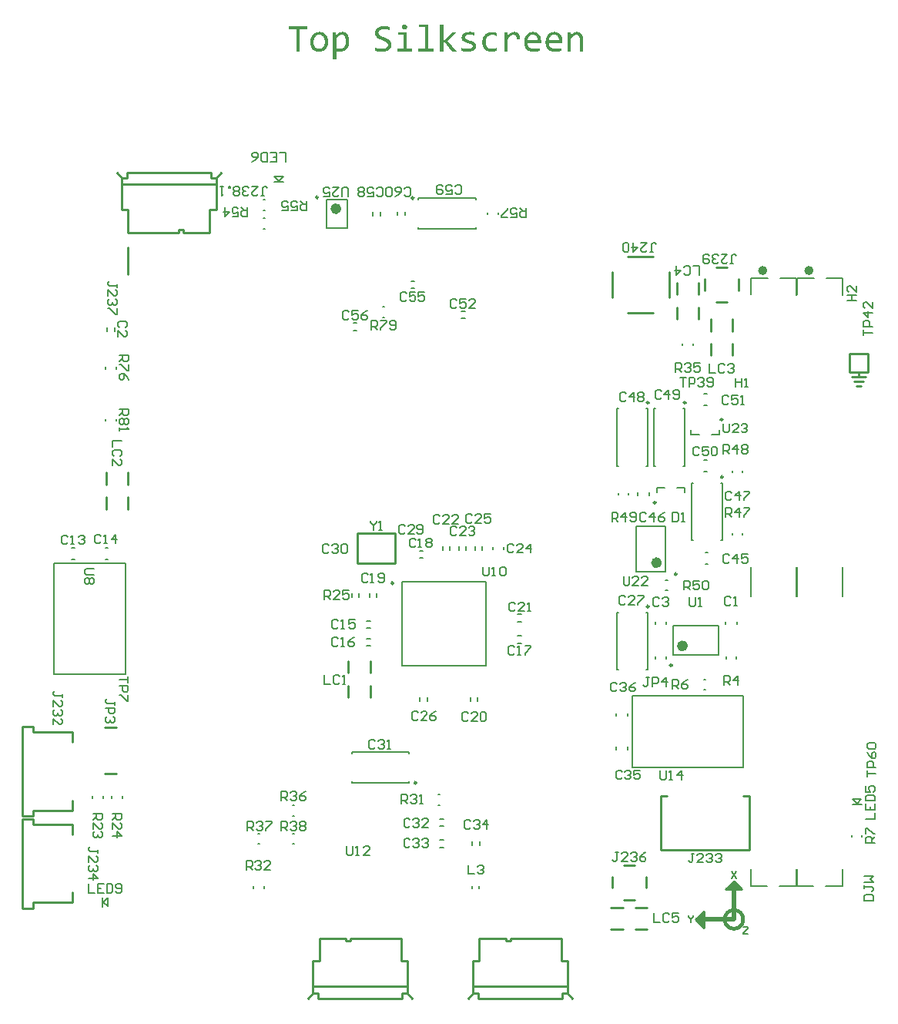
<source format=gto>
G04 Layer_Color=65535*
%FSLAX25Y25*%
%MOIN*%
G70*
G01*
G75*
%ADD45C,0.01000*%
%ADD46C,0.01500*%
%ADD48C,0.02000*%
%ADD52C,0.00787*%
%ADD87C,0.00600*%
%ADD116C,0.00984*%
%ADD117C,0.02362*%
%ADD118C,0.00500*%
G36*
X237857Y57865D02*
X238057Y57846D01*
X238294Y57810D01*
X238549Y57774D01*
X238804Y57701D01*
X239059Y57609D01*
X239096Y57591D01*
X239169Y57555D01*
X239296Y57500D01*
X239460Y57409D01*
X239624Y57300D01*
X239825Y57172D01*
X240007Y57008D01*
X240189Y56826D01*
X240207Y56808D01*
X240262Y56735D01*
X240353Y56626D01*
X240444Y56498D01*
X240553Y56316D01*
X240681Y56116D01*
X240790Y55879D01*
X240881Y55624D01*
X240899Y55587D01*
X240918Y55496D01*
X240954Y55350D01*
X241009Y55168D01*
X241045Y54931D01*
X241082Y54676D01*
X241100Y54385D01*
X241118Y54057D01*
Y54038D01*
Y54002D01*
Y53947D01*
Y53874D01*
Y53711D01*
X241100Y53528D01*
Y53492D01*
Y53401D01*
Y53291D01*
X241082Y53164D01*
X235306D01*
Y53146D01*
Y53109D01*
Y53036D01*
X235324Y52963D01*
Y52854D01*
X235342Y52727D01*
X235397Y52435D01*
X235470Y52125D01*
X235597Y51797D01*
X235761Y51488D01*
X235998Y51214D01*
X236035Y51178D01*
X236126Y51105D01*
X236290Y50996D01*
X236527Y50886D01*
X236818Y50759D01*
X237164Y50649D01*
X237565Y50577D01*
X238039Y50540D01*
X238494D01*
X238750Y50558D01*
X238804D01*
X238877Y50577D01*
X238968D01*
X239205Y50613D01*
X239442Y50631D01*
X239460D01*
X239496Y50649D01*
X239569D01*
X239661Y50668D01*
X239861Y50704D01*
X240098Y50741D01*
X240116D01*
X240153Y50759D01*
X240207Y50777D01*
X240280Y50795D01*
X240480Y50832D01*
X240681Y50886D01*
Y49720D01*
X240663D01*
X240571Y49702D01*
X240462Y49666D01*
X240298Y49629D01*
X240098Y49593D01*
X239879Y49538D01*
X239624Y49502D01*
X239351Y49465D01*
X239314D01*
X239223Y49447D01*
X239077Y49429D01*
X238895Y49411D01*
X238658Y49392D01*
X238403Y49374D01*
X238130Y49356D01*
X237656D01*
X237456Y49374D01*
X237219Y49392D01*
X236928Y49429D01*
X236618Y49465D01*
X236308Y49538D01*
X236017Y49629D01*
X235980Y49647D01*
X235889Y49684D01*
X235743Y49757D01*
X235579Y49848D01*
X235379Y49957D01*
X235160Y50103D01*
X234960Y50267D01*
X234759Y50467D01*
X234741Y50485D01*
X234686Y50558D01*
X234595Y50686D01*
X234486Y50832D01*
X234359Y51032D01*
X234249Y51251D01*
X234122Y51524D01*
X234031Y51797D01*
Y51816D01*
Y51834D01*
X233994Y51943D01*
X233958Y52107D01*
X233921Y52326D01*
X233885Y52599D01*
X233848Y52891D01*
X233830Y53237D01*
X233812Y53601D01*
Y53619D01*
Y53638D01*
Y53747D01*
X233830Y53911D01*
X233848Y54129D01*
X233867Y54366D01*
X233921Y54640D01*
X233976Y54931D01*
X234049Y55223D01*
Y55241D01*
X234067Y55259D01*
X234103Y55350D01*
X234158Y55496D01*
X234231Y55696D01*
X234340Y55897D01*
X234468Y56134D01*
X234614Y56371D01*
X234778Y56589D01*
X234796Y56607D01*
X234869Y56680D01*
X234978Y56790D01*
X235105Y56935D01*
X235288Y57081D01*
X235488Y57245D01*
X235707Y57391D01*
X235962Y57537D01*
X235998Y57555D01*
X236089Y57591D01*
X236235Y57646D01*
X236417Y57719D01*
X236654Y57774D01*
X236928Y57828D01*
X237219Y57865D01*
X237547Y57883D01*
X237693D01*
X237857Y57865D01*
D02*
G37*
G36*
X228619D02*
X228820Y57846D01*
X229057Y57810D01*
X229312Y57774D01*
X229567Y57701D01*
X229822Y57609D01*
X229858Y57591D01*
X229931Y57555D01*
X230059Y57500D01*
X230223Y57409D01*
X230386Y57300D01*
X230587Y57172D01*
X230769Y57008D01*
X230951Y56826D01*
X230970Y56808D01*
X231024Y56735D01*
X231115Y56626D01*
X231206Y56498D01*
X231316Y56316D01*
X231443Y56116D01*
X231553Y55879D01*
X231644Y55624D01*
X231662Y55587D01*
X231680Y55496D01*
X231717Y55350D01*
X231771Y55168D01*
X231808Y54931D01*
X231844Y54676D01*
X231862Y54385D01*
X231881Y54057D01*
Y54038D01*
Y54002D01*
Y53947D01*
Y53874D01*
Y53711D01*
X231862Y53528D01*
Y53492D01*
Y53401D01*
Y53291D01*
X231844Y53164D01*
X226068D01*
Y53146D01*
Y53109D01*
Y53036D01*
X226087Y52963D01*
Y52854D01*
X226105Y52727D01*
X226160Y52435D01*
X226232Y52125D01*
X226360Y51797D01*
X226524Y51488D01*
X226761Y51214D01*
X226797Y51178D01*
X226888Y51105D01*
X227052Y50996D01*
X227289Y50886D01*
X227581Y50759D01*
X227927Y50649D01*
X228328Y50577D01*
X228801Y50540D01*
X229257D01*
X229512Y50558D01*
X229567D01*
X229640Y50577D01*
X229731D01*
X229967Y50613D01*
X230204Y50631D01*
X230223D01*
X230259Y50649D01*
X230332D01*
X230423Y50668D01*
X230623Y50704D01*
X230860Y50741D01*
X230878D01*
X230915Y50759D01*
X230970Y50777D01*
X231043Y50795D01*
X231243Y50832D01*
X231443Y50886D01*
Y49720D01*
X231425D01*
X231334Y49702D01*
X231225Y49666D01*
X231061Y49629D01*
X230860Y49593D01*
X230642Y49538D01*
X230386Y49502D01*
X230113Y49465D01*
X230077D01*
X229986Y49447D01*
X229840Y49429D01*
X229658Y49411D01*
X229421Y49392D01*
X229166Y49374D01*
X228892Y49356D01*
X228419D01*
X228218Y49374D01*
X227981Y49392D01*
X227690Y49429D01*
X227380Y49465D01*
X227070Y49538D01*
X226779Y49629D01*
X226743Y49647D01*
X226651Y49684D01*
X226506Y49757D01*
X226342Y49848D01*
X226141Y49957D01*
X225923Y50103D01*
X225722Y50267D01*
X225522Y50467D01*
X225504Y50485D01*
X225449Y50558D01*
X225358Y50686D01*
X225249Y50832D01*
X225121Y51032D01*
X225012Y51251D01*
X224884Y51524D01*
X224793Y51797D01*
Y51816D01*
Y51834D01*
X224757Y51943D01*
X224720Y52107D01*
X224684Y52326D01*
X224647Y52599D01*
X224611Y52891D01*
X224593Y53237D01*
X224574Y53601D01*
Y53619D01*
Y53638D01*
Y53747D01*
X224593Y53911D01*
X224611Y54129D01*
X224629Y54366D01*
X224684Y54640D01*
X224738Y54931D01*
X224811Y55223D01*
Y55241D01*
X224829Y55259D01*
X224866Y55350D01*
X224921Y55496D01*
X224993Y55696D01*
X225103Y55897D01*
X225230Y56134D01*
X225376Y56371D01*
X225540Y56589D01*
X225558Y56607D01*
X225631Y56680D01*
X225740Y56790D01*
X225868Y56935D01*
X226050Y57081D01*
X226251Y57245D01*
X226469Y57391D01*
X226724Y57537D01*
X226761Y57555D01*
X226852Y57591D01*
X226998Y57646D01*
X227180Y57719D01*
X227417Y57774D01*
X227690Y57828D01*
X227981Y57865D01*
X228309Y57883D01*
X228455D01*
X228619Y57865D01*
D02*
G37*
G36*
X136244D02*
X136444Y57846D01*
X136699Y57810D01*
X136954Y57755D01*
X137228Y57682D01*
X137501Y57591D01*
X137537Y57573D01*
X137628Y57537D01*
X137756Y57482D01*
X137920Y57391D01*
X138102Y57282D01*
X138303Y57136D01*
X138503Y56972D01*
X138685Y56790D01*
X138704Y56771D01*
X138758Y56699D01*
X138849Y56589D01*
X138959Y56425D01*
X139086Y56243D01*
X139214Y56006D01*
X139323Y55751D01*
X139432Y55478D01*
X139451Y55441D01*
X139469Y55332D01*
X139523Y55168D01*
X139578Y54968D01*
X139614Y54694D01*
X139669Y54385D01*
X139687Y54038D01*
X139706Y53674D01*
Y53656D01*
Y53638D01*
Y53583D01*
Y53510D01*
X139687Y53328D01*
X139669Y53091D01*
X139633Y52818D01*
X139596Y52526D01*
X139523Y52216D01*
X139432Y51907D01*
X139414Y51870D01*
X139378Y51779D01*
X139323Y51633D01*
X139232Y51451D01*
X139123Y51232D01*
X138995Y50996D01*
X138831Y50759D01*
X138649Y50540D01*
X138631Y50522D01*
X138558Y50449D01*
X138448Y50340D01*
X138303Y50212D01*
X138120Y50085D01*
X137920Y49939D01*
X137665Y49793D01*
X137410Y49666D01*
X137373Y49647D01*
X137282Y49611D01*
X137137Y49575D01*
X136936Y49520D01*
X136681Y49447D01*
X136408Y49411D01*
X136098Y49374D01*
X135752Y49356D01*
X135606D01*
X135424Y49374D01*
X135223Y49392D01*
X134968Y49429D01*
X134695Y49465D01*
X134422Y49538D01*
X134149Y49629D01*
X134112Y49647D01*
X134039Y49684D01*
X133912Y49738D01*
X133748Y49830D01*
X133547Y49939D01*
X133365Y50085D01*
X133165Y50249D01*
X132964Y50431D01*
X132946Y50449D01*
X132891Y50522D01*
X132800Y50631D01*
X132691Y50795D01*
X132582Y50977D01*
X132454Y51214D01*
X132345Y51469D01*
X132235Y51743D01*
Y51761D01*
X132217Y51779D01*
X132199Y51889D01*
X132162Y52052D01*
X132108Y52271D01*
X132053Y52544D01*
X132017Y52854D01*
X131999Y53200D01*
X131980Y53565D01*
Y53583D01*
Y53601D01*
Y53656D01*
Y53729D01*
X131999Y53911D01*
X132017Y54129D01*
X132035Y54403D01*
X132090Y54694D01*
X132144Y55004D01*
X132235Y55296D01*
Y55314D01*
X132254Y55332D01*
X132290Y55423D01*
X132345Y55587D01*
X132436Y55769D01*
X132545Y55988D01*
X132691Y56207D01*
X132837Y56444D01*
X133019Y56662D01*
X133037Y56680D01*
X133110Y56753D01*
X133219Y56862D01*
X133365Y56990D01*
X133547Y57136D01*
X133766Y57282D01*
X134003Y57427D01*
X134258Y57555D01*
X134294Y57573D01*
X134385Y57609D01*
X134531Y57664D01*
X134731Y57719D01*
X134987Y57774D01*
X135260Y57828D01*
X135570Y57865D01*
X135916Y57883D01*
X136062D01*
X136244Y57865D01*
D02*
G37*
G36*
X130523Y58976D02*
X127352D01*
Y49502D01*
X125877D01*
Y58976D01*
X122706D01*
Y60215D01*
X130523D01*
Y58976D01*
D02*
G37*
G36*
X173722Y50686D02*
X176182D01*
Y49502D01*
X169586D01*
Y50686D01*
X172283D01*
Y56553D01*
X169860D01*
Y57737D01*
X173722D01*
Y50686D01*
D02*
G37*
G36*
X182960D02*
X185420D01*
Y49502D01*
X178824D01*
Y50686D01*
X181520D01*
Y59923D01*
X179097D01*
Y61090D01*
X182960D01*
Y50686D01*
D02*
G37*
G36*
X189574Y53966D02*
X193272Y57737D01*
X195167D01*
X191305Y53929D01*
X195386Y49502D01*
X193418D01*
X189574Y53911D01*
Y49502D01*
X188153D01*
Y61090D01*
X189574D01*
Y53966D01*
D02*
G37*
G36*
X247641Y57865D02*
X247732D01*
X247860Y57846D01*
X248151Y57792D01*
X248461Y57701D01*
X248770Y57555D01*
X249080Y57373D01*
X249354Y57118D01*
X249390Y57081D01*
X249463Y56972D01*
X249554Y56808D01*
X249681Y56553D01*
X249809Y56243D01*
X249900Y55842D01*
X249973Y55387D01*
X250009Y54858D01*
Y49502D01*
X248588D01*
Y54749D01*
Y54767D01*
Y54785D01*
Y54840D01*
Y54913D01*
X248570Y55077D01*
X248552Y55296D01*
X248497Y55514D01*
X248443Y55751D01*
X248352Y55988D01*
X248224Y56170D01*
X248206Y56188D01*
X248151Y56243D01*
X248078Y56316D01*
X247951Y56407D01*
X247805Y56498D01*
X247623Y56571D01*
X247404Y56626D01*
X247149Y56644D01*
X247058D01*
X246985Y56626D01*
X246803Y56607D01*
X246621Y56553D01*
X246602D01*
X246584Y56535D01*
X246475Y56498D01*
X246311Y56407D01*
X246110Y56279D01*
X246092D01*
X246056Y56243D01*
X246001Y56207D01*
X245928Y56152D01*
X245746Y55988D01*
X245509Y55769D01*
X245491Y55751D01*
X245455Y55715D01*
X245400Y55642D01*
X245309Y55551D01*
X245199Y55423D01*
X245090Y55277D01*
X244963Y55132D01*
X244817Y54949D01*
Y49502D01*
X243396D01*
Y57737D01*
X244653D01*
X244707Y56407D01*
X244726Y56425D01*
X244762Y56480D01*
X244835Y56553D01*
X244926Y56644D01*
X245163Y56881D01*
X245400Y57099D01*
X245418Y57118D01*
X245455Y57154D01*
X245527Y57209D01*
X245619Y57263D01*
X245819Y57409D01*
X246056Y57555D01*
X246074D01*
X246110Y57591D01*
X246183Y57609D01*
X246256Y57664D01*
X246475Y57737D01*
X246712Y57810D01*
X246730D01*
X246766Y57828D01*
X246839D01*
X246930Y57846D01*
X247167Y57865D01*
X247422Y57883D01*
X247550D01*
X247641Y57865D01*
D02*
G37*
G36*
X164339Y60361D02*
X164558Y60343D01*
X164667D01*
X164758Y60324D01*
X164959Y60306D01*
X165195Y60270D01*
X165250D01*
X165323Y60251D01*
X165396D01*
X165596Y60215D01*
X165833Y60179D01*
X165888D01*
X165961Y60160D01*
X166033Y60142D01*
X166234Y60106D01*
X166434Y60069D01*
Y58757D01*
X166398D01*
X166325Y58794D01*
X166198Y58812D01*
X166033Y58849D01*
X165851Y58885D01*
X165633Y58940D01*
X165159Y59013D01*
X165141D01*
X165050Y59031D01*
X164940Y59049D01*
X164776Y59067D01*
X164594Y59085D01*
X164375Y59104D01*
X163938Y59122D01*
X163738D01*
X163519Y59104D01*
X163246Y59067D01*
X162936Y59013D01*
X162626Y58940D01*
X162353Y58830D01*
X162098Y58684D01*
X162080Y58666D01*
X162007Y58612D01*
X161916Y58521D01*
X161806Y58393D01*
X161697Y58229D01*
X161606Y58029D01*
X161533Y57810D01*
X161515Y57555D01*
Y57537D01*
Y57482D01*
X161533Y57409D01*
X161551Y57300D01*
X161624Y57063D01*
X161679Y56935D01*
X161752Y56808D01*
X161770Y56790D01*
X161788Y56753D01*
X161843Y56699D01*
X161916Y56626D01*
X162116Y56444D01*
X162371Y56243D01*
X162390Y56225D01*
X162444Y56207D01*
X162517Y56152D01*
X162645Y56097D01*
X162772Y56024D01*
X162918Y55951D01*
X163282Y55806D01*
X163301D01*
X163373Y55769D01*
X163464Y55733D01*
X163610Y55678D01*
X163756Y55624D01*
X163920Y55551D01*
X164303Y55387D01*
X164321D01*
X164394Y55350D01*
X164503Y55314D01*
X164631Y55259D01*
X164795Y55186D01*
X164959Y55113D01*
X165341Y54931D01*
X165359Y54913D01*
X165432Y54895D01*
X165523Y54840D01*
X165651Y54767D01*
X165942Y54567D01*
X166234Y54330D01*
X166252Y54312D01*
X166307Y54275D01*
X166380Y54202D01*
X166471Y54093D01*
X166562Y53984D01*
X166671Y53838D01*
X166872Y53510D01*
X166890Y53492D01*
X166908Y53419D01*
X166945Y53328D01*
X166999Y53200D01*
X167054Y53036D01*
X167090Y52836D01*
X167109Y52636D01*
X167127Y52399D01*
Y52362D01*
Y52271D01*
X167109Y52125D01*
X167090Y51943D01*
X167054Y51743D01*
X166981Y51506D01*
X166908Y51269D01*
X166799Y51050D01*
X166780Y51032D01*
X166744Y50959D01*
X166671Y50850D01*
X166580Y50722D01*
X166453Y50577D01*
X166307Y50413D01*
X166125Y50249D01*
X165924Y50103D01*
X165906Y50085D01*
X165833Y50048D01*
X165706Y49975D01*
X165560Y49884D01*
X165359Y49793D01*
X165141Y49702D01*
X164886Y49611D01*
X164594Y49538D01*
X164558D01*
X164467Y49502D01*
X164303Y49483D01*
X164084Y49447D01*
X163829Y49411D01*
X163537Y49392D01*
X163209Y49356D01*
X162608D01*
X162462Y49374D01*
X162335D01*
X162007Y49392D01*
X161934D01*
X161861Y49411D01*
X161752D01*
X161497Y49447D01*
X161205Y49483D01*
X161132D01*
X161059Y49502D01*
X160968D01*
X160731Y49538D01*
X160476Y49575D01*
X160458D01*
X160422Y49593D01*
X160349Y49611D01*
X160276Y49629D01*
X160076Y49684D01*
X159857Y49738D01*
Y51141D01*
X159893Y51123D01*
X159966Y51105D01*
X160094Y51069D01*
X160258Y51014D01*
X160458Y50941D01*
X160695Y50886D01*
X160950Y50832D01*
X161223Y50777D01*
X161260D01*
X161351Y50759D01*
X161515Y50741D01*
X161734Y50722D01*
X161989Y50686D01*
X162280Y50668D01*
X162608Y50649D01*
X163228D01*
X163392Y50668D01*
X163574D01*
X163774Y50704D01*
X163975Y50722D01*
X164175Y50759D01*
X164193D01*
X164266Y50777D01*
X164339Y50814D01*
X164467Y50832D01*
X164722Y50941D01*
X164977Y51069D01*
X164995Y51087D01*
X165031Y51105D01*
X165086Y51160D01*
X165159Y51214D01*
X165323Y51378D01*
X165451Y51597D01*
Y51615D01*
X165469Y51652D01*
X165505Y51724D01*
X165523Y51816D01*
X165560Y51925D01*
X165578Y52052D01*
X165596Y52326D01*
Y52344D01*
Y52399D01*
X165578Y52472D01*
X165560Y52581D01*
X165487Y52818D01*
X165432Y52927D01*
X165341Y53054D01*
X165323Y53073D01*
X165305Y53109D01*
X165250Y53164D01*
X165177Y53237D01*
X165086Y53328D01*
X164977Y53419D01*
X164703Y53601D01*
X164685Y53619D01*
X164631Y53638D01*
X164558Y53692D01*
X164448Y53747D01*
X164321Y53820D01*
X164175Y53893D01*
X163811Y54057D01*
X163792Y54075D01*
X163720Y54093D01*
X163628Y54129D01*
X163483Y54184D01*
X163337Y54239D01*
X163155Y54312D01*
X162772Y54457D01*
X162754Y54476D01*
X162681Y54494D01*
X162590Y54549D01*
X162462Y54603D01*
X162298Y54676D01*
X162134Y54749D01*
X161752Y54931D01*
X161734Y54949D01*
X161661Y54986D01*
X161570Y55022D01*
X161442Y55095D01*
X161314Y55186D01*
X161151Y55277D01*
X160841Y55514D01*
X160823Y55532D01*
X160786Y55569D01*
X160713Y55642D01*
X160622Y55751D01*
X160531Y55860D01*
X160422Y56006D01*
X160221Y56316D01*
X160203Y56334D01*
X160185Y56407D01*
X160148Y56498D01*
X160112Y56626D01*
X160057Y56790D01*
X160021Y56972D01*
X160003Y57191D01*
X159985Y57409D01*
Y57427D01*
Y57500D01*
X160003Y57609D01*
X160021Y57755D01*
X160039Y57919D01*
X160076Y58101D01*
X160130Y58302D01*
X160203Y58502D01*
X160221Y58521D01*
X160240Y58593D01*
X160312Y58684D01*
X160385Y58812D01*
X160476Y58958D01*
X160604Y59122D01*
X160750Y59286D01*
X160914Y59450D01*
X160932Y59468D01*
X161005Y59523D01*
X161114Y59596D01*
X161260Y59687D01*
X161424Y59796D01*
X161643Y59905D01*
X161879Y60015D01*
X162153Y60124D01*
X162189Y60142D01*
X162298Y60160D01*
X162444Y60197D01*
X162663Y60251D01*
X162936Y60306D01*
X163246Y60343D01*
X163592Y60361D01*
X163975Y60379D01*
X164157D01*
X164339Y60361D01*
D02*
G37*
G36*
X172921Y61162D02*
X173066Y61144D01*
X173212Y61090D01*
X173230D01*
X173249Y61071D01*
X173340Y61017D01*
X173449Y60944D01*
X173558Y60834D01*
X173595Y60816D01*
X173650Y60743D01*
X173741Y60634D01*
X173813Y60488D01*
X173832Y60452D01*
X173868Y60361D01*
X173886Y60215D01*
X173905Y60051D01*
Y60033D01*
Y60015D01*
X173886Y59905D01*
X173868Y59759D01*
X173813Y59614D01*
X173795Y59577D01*
X173741Y59486D01*
X173668Y59377D01*
X173558Y59249D01*
X173540Y59231D01*
X173467Y59158D01*
X173358Y59085D01*
X173212Y59013D01*
X173176Y58994D01*
X173085Y58976D01*
X172939Y58958D01*
X172775Y58940D01*
X172739D01*
X172629Y58958D01*
X172483Y58976D01*
X172338Y59013D01*
X172301Y59031D01*
X172210Y59085D01*
X172101Y59158D01*
X171973Y59249D01*
X171955Y59286D01*
X171882Y59359D01*
X171809Y59468D01*
X171736Y59614D01*
Y59632D01*
X171718Y59650D01*
X171700Y59741D01*
X171682Y59887D01*
X171663Y60051D01*
Y60069D01*
Y60088D01*
X171682Y60197D01*
X171700Y60343D01*
X171736Y60488D01*
Y60506D01*
X171755Y60525D01*
X171809Y60616D01*
X171882Y60725D01*
X171973Y60834D01*
X172010Y60871D01*
X172082Y60926D01*
X172192Y61017D01*
X172338Y61090D01*
X172356D01*
X172374Y61108D01*
X172465Y61144D01*
X172611Y61162D01*
X172775Y61181D01*
X172811D01*
X172921Y61162D01*
D02*
G37*
G36*
X201344Y57865D02*
X201526D01*
X201945Y57828D01*
X201963D01*
X202054Y57810D01*
X202164D01*
X202328Y57792D01*
X202510Y57755D01*
X202710Y57737D01*
X202947Y57682D01*
X203184Y57646D01*
Y56371D01*
X203148D01*
X203075Y56407D01*
X202947Y56425D01*
X202765Y56462D01*
X202583Y56498D01*
X202364Y56535D01*
X201909Y56607D01*
X201890D01*
X201799Y56626D01*
X201690Y56644D01*
X201544Y56662D01*
X201380D01*
X201216Y56680D01*
X200852Y56699D01*
X200670D01*
X200542Y56680D01*
X200251Y56662D01*
X199959Y56607D01*
X199941D01*
X199905Y56589D01*
X199832Y56571D01*
X199741Y56553D01*
X199558Y56462D01*
X199358Y56371D01*
X199321Y56352D01*
X199230Y56279D01*
X199139Y56170D01*
X199048Y56043D01*
X199030Y56006D01*
X199012Y55915D01*
X198975Y55787D01*
X198957Y55624D01*
Y55605D01*
Y55587D01*
X198975Y55496D01*
X198994Y55369D01*
X199030Y55223D01*
X199048Y55186D01*
X199103Y55113D01*
X199212Y55004D01*
X199358Y54877D01*
X199376D01*
X199394Y54840D01*
X199449Y54822D01*
X199522Y54767D01*
X199631Y54713D01*
X199741Y54658D01*
X199868Y54603D01*
X200014Y54530D01*
X200032D01*
X200087Y54494D01*
X200178Y54476D01*
X200305Y54421D01*
X200469Y54366D01*
X200652Y54312D01*
X200852Y54257D01*
X201089Y54184D01*
X201125Y54166D01*
X201216Y54148D01*
X201344Y54111D01*
X201526Y54038D01*
X201727Y53984D01*
X201927Y53893D01*
X202127Y53820D01*
X202328Y53729D01*
X202346Y53711D01*
X202419Y53692D01*
X202492Y53638D01*
X202619Y53583D01*
X202874Y53401D01*
X203129Y53200D01*
X203148Y53182D01*
X203184Y53146D01*
X203239Y53091D01*
X203312Y53018D01*
X203457Y52818D01*
X203530Y52690D01*
X203585Y52563D01*
Y52544D01*
X203603Y52508D01*
X203640Y52417D01*
X203658Y52326D01*
X203694Y52198D01*
X203713Y52071D01*
X203731Y51743D01*
Y51724D01*
Y51670D01*
Y51579D01*
X203713Y51488D01*
X203658Y51232D01*
X203567Y50959D01*
Y50941D01*
X203549Y50905D01*
X203512Y50832D01*
X203457Y50759D01*
X203330Y50558D01*
X203166Y50340D01*
X203148Y50322D01*
X203129Y50303D01*
X203075Y50249D01*
X203002Y50194D01*
X202801Y50048D01*
X202565Y49884D01*
X202546D01*
X202510Y49848D01*
X202437Y49830D01*
X202346Y49775D01*
X202127Y49684D01*
X201854Y49593D01*
X201836D01*
X201799Y49575D01*
X201708Y49556D01*
X201617Y49538D01*
X201508Y49502D01*
X201362Y49483D01*
X201071Y49429D01*
X201052D01*
X200998Y49411D01*
X200925D01*
X200816Y49392D01*
X200579Y49374D01*
X200287Y49356D01*
X199977D01*
X199777Y49374D01*
X199540D01*
X199285Y49392D01*
X198738Y49429D01*
X198702D01*
X198629Y49447D01*
X198483Y49465D01*
X198319Y49483D01*
X198101Y49520D01*
X197882Y49556D01*
X197390Y49666D01*
Y50977D01*
X197427D01*
X197518Y50941D01*
X197645Y50905D01*
X197827Y50850D01*
X198046Y50795D01*
X198283Y50741D01*
X198811Y50649D01*
X198848D01*
X198939Y50631D01*
X199066Y50613D01*
X199249D01*
X199467Y50595D01*
X199704Y50577D01*
X200232Y50558D01*
X200396D01*
X200579Y50577D01*
X200797Y50595D01*
X201052Y50631D01*
X201307Y50668D01*
X201544Y50741D01*
X201745Y50832D01*
X201763Y50850D01*
X201818Y50886D01*
X201909Y50941D01*
X202000Y51032D01*
X202091Y51141D01*
X202182Y51287D01*
X202237Y51451D01*
X202255Y51633D01*
Y51652D01*
Y51670D01*
X202237Y51761D01*
X202218Y51889D01*
X202164Y52016D01*
X202146Y52052D01*
X202109Y52125D01*
X202018Y52235D01*
X201872Y52362D01*
X201836Y52399D01*
X201781Y52417D01*
X201727Y52472D01*
X201635Y52508D01*
X201526Y52563D01*
X201380Y52636D01*
X201235Y52690D01*
X201216D01*
X201162Y52727D01*
X201071Y52763D01*
X200925Y52818D01*
X200761Y52872D01*
X200560Y52945D01*
X200342Y53018D01*
X200068Y53091D01*
X200050D01*
X199977Y53127D01*
X199868Y53146D01*
X199741Y53200D01*
X199576Y53255D01*
X199413Y53310D01*
X199048Y53455D01*
X199030Y53474D01*
X198975Y53492D01*
X198884Y53547D01*
X198775Y53601D01*
X198502Y53747D01*
X198228Y53947D01*
X198210Y53966D01*
X198174Y54002D01*
X198101Y54057D01*
X198028Y54148D01*
X197846Y54348D01*
X197682Y54621D01*
Y54640D01*
X197645Y54694D01*
X197627Y54767D01*
X197590Y54877D01*
X197554Y55004D01*
X197536Y55168D01*
X197499Y55350D01*
Y55532D01*
Y55551D01*
Y55587D01*
Y55660D01*
X197518Y55751D01*
X197536Y55860D01*
X197554Y55988D01*
X197645Y56279D01*
Y56298D01*
X197682Y56352D01*
X197718Y56425D01*
X197773Y56535D01*
X197846Y56644D01*
X197937Y56771D01*
X198064Y56917D01*
X198192Y57045D01*
X198210Y57063D01*
X198265Y57099D01*
X198356Y57172D01*
X198465Y57263D01*
X198611Y57354D01*
X198793Y57446D01*
X198994Y57555D01*
X199230Y57646D01*
X199267Y57664D01*
X199358Y57682D01*
X199485Y57719D01*
X199686Y57774D01*
X199923Y57810D01*
X200196Y57846D01*
X200524Y57865D01*
X200870Y57883D01*
X201198D01*
X201344Y57865D01*
D02*
G37*
G36*
X210946Y57828D02*
X211146D01*
X211347Y57810D01*
X211766Y57755D01*
X211784D01*
X211857Y57737D01*
X211966Y57719D01*
X212112Y57682D01*
X212276Y57646D01*
X212458Y57591D01*
X212841Y57464D01*
Y56097D01*
X212823Y56116D01*
X212750Y56134D01*
X212640Y56188D01*
X212494Y56243D01*
X212331Y56316D01*
X212148Y56389D01*
X211748Y56498D01*
X211729D01*
X211656Y56516D01*
X211547Y56535D01*
X211401Y56571D01*
X211219Y56589D01*
X211037Y56607D01*
X210600Y56626D01*
X210508D01*
X210399Y56607D01*
X210272D01*
X210108Y56571D01*
X209926Y56535D01*
X209743Y56480D01*
X209561Y56407D01*
X209543D01*
X209488Y56371D01*
X209379Y56316D01*
X209270Y56261D01*
X209142Y56170D01*
X208996Y56061D01*
X208851Y55951D01*
X208705Y55806D01*
X208686Y55787D01*
X208650Y55733D01*
X208577Y55660D01*
X208504Y55551D01*
X208395Y55405D01*
X208304Y55241D01*
X208213Y55059D01*
X208122Y54858D01*
Y54840D01*
X208085Y54767D01*
X208067Y54640D01*
X208031Y54494D01*
X207994Y54294D01*
X207958Y54075D01*
X207940Y53838D01*
X207921Y53565D01*
Y53547D01*
Y53492D01*
Y53419D01*
X207940Y53328D01*
Y53200D01*
X207958Y53054D01*
X208012Y52727D01*
X208103Y52380D01*
X208213Y51998D01*
X208395Y51652D01*
X208632Y51342D01*
X208668Y51305D01*
X208759Y51232D01*
X208923Y51105D01*
X209160Y50977D01*
X209452Y50850D01*
X209798Y50722D01*
X210199Y50649D01*
X210654Y50613D01*
X210873D01*
X211019Y50631D01*
X211183Y50649D01*
X211383Y50668D01*
X211784Y50741D01*
X211802D01*
X211875Y50759D01*
X211984Y50795D01*
X212130Y50832D01*
X212276Y50886D01*
X212458Y50959D01*
X212841Y51141D01*
Y49811D01*
X212823D01*
X212750Y49775D01*
X212640Y49738D01*
X212494Y49684D01*
X212312Y49647D01*
X212112Y49593D01*
X211693Y49502D01*
X211675D01*
X211583Y49483D01*
X211474Y49465D01*
X211328Y49447D01*
X211146Y49429D01*
X210928Y49411D01*
X210472Y49392D01*
X210290D01*
X210144Y49411D01*
X209980Y49429D01*
X209798Y49447D01*
X209597Y49483D01*
X209361Y49520D01*
X208887Y49647D01*
X208632Y49738D01*
X208377Y49848D01*
X208140Y49957D01*
X207903Y50103D01*
X207666Y50267D01*
X207466Y50449D01*
X207448Y50467D01*
X207429Y50504D01*
X207375Y50558D01*
X207302Y50649D01*
X207229Y50759D01*
X207138Y50886D01*
X207047Y51050D01*
X206956Y51232D01*
X206846Y51433D01*
X206755Y51670D01*
X206664Y51925D01*
X206591Y52198D01*
X206518Y52490D01*
X206464Y52818D01*
X206446Y53164D01*
X206427Y53528D01*
Y53547D01*
Y53565D01*
Y53619D01*
Y53692D01*
X206446Y53874D01*
X206464Y54111D01*
X206500Y54385D01*
X206555Y54694D01*
X206628Y55004D01*
X206719Y55296D01*
Y55314D01*
X206737Y55332D01*
X206773Y55423D01*
X206846Y55587D01*
X206937Y55769D01*
X207065Y55988D01*
X207211Y56207D01*
X207375Y56444D01*
X207575Y56662D01*
X207593Y56680D01*
X207666Y56753D01*
X207794Y56862D01*
X207940Y56990D01*
X208140Y57118D01*
X208359Y57263D01*
X208614Y57409D01*
X208887Y57537D01*
X208923Y57555D01*
X209015Y57591D01*
X209178Y57628D01*
X209379Y57701D01*
X209634Y57755D01*
X209926Y57792D01*
X210235Y57828D01*
X210563Y57846D01*
X210800D01*
X210946Y57828D01*
D02*
G37*
G36*
X220438Y57865D02*
X220530D01*
X220657Y57846D01*
X220949Y57774D01*
X221258Y57682D01*
X221568Y57537D01*
X221878Y57318D01*
X222024Y57191D01*
X222151Y57045D01*
X222187Y57008D01*
X222206Y56954D01*
X222260Y56899D01*
X222297Y56808D01*
X222352Y56699D01*
X222424Y56571D01*
X222479Y56425D01*
X222534Y56261D01*
X222588Y56097D01*
X222643Y55897D01*
X222698Y55678D01*
X222734Y55423D01*
X222752Y55168D01*
X222771Y54895D01*
Y54603D01*
X221331D01*
Y54621D01*
Y54658D01*
Y54713D01*
Y54785D01*
X221313Y54968D01*
X221295Y55186D01*
X221258Y55441D01*
X221204Y55696D01*
X221113Y55951D01*
X221003Y56152D01*
X220985Y56170D01*
X220949Y56225D01*
X220858Y56316D01*
X220748Y56407D01*
X220602Y56480D01*
X220438Y56571D01*
X220238Y56626D01*
X220001Y56644D01*
X219892D01*
X219837Y56626D01*
X219655Y56607D01*
X219436Y56535D01*
X219418D01*
X219382Y56516D01*
X219327Y56498D01*
X219254Y56462D01*
X219054Y56352D01*
X218835Y56207D01*
X218817Y56188D01*
X218780Y56170D01*
X218726Y56116D01*
X218635Y56061D01*
X218434Y55860D01*
X218179Y55624D01*
X218161Y55605D01*
X218125Y55569D01*
X218052Y55496D01*
X217961Y55387D01*
X217851Y55259D01*
X217724Y55132D01*
X217596Y54968D01*
X217450Y54785D01*
Y49502D01*
X216011D01*
Y57737D01*
X217305D01*
X217341Y56207D01*
Y56225D01*
X217377Y56243D01*
X217469Y56352D01*
X217614Y56498D01*
X217796Y56699D01*
X218015Y56899D01*
X218252Y57118D01*
X218507Y57318D01*
X218780Y57482D01*
X218817Y57500D01*
X218908Y57537D01*
X219036Y57609D01*
X219236Y57682D01*
X219436Y57755D01*
X219691Y57828D01*
X219947Y57865D01*
X220220Y57883D01*
X220347D01*
X220438Y57865D01*
D02*
G37*
G36*
X146210D02*
X146374Y57846D01*
X146574Y57810D01*
X146775Y57755D01*
X146994Y57682D01*
X147194Y57573D01*
X147212Y57555D01*
X147285Y57518D01*
X147376Y57446D01*
X147504Y57354D01*
X147650Y57245D01*
X147795Y57099D01*
X147941Y56935D01*
X148087Y56735D01*
X148105Y56717D01*
X148142Y56644D01*
X148214Y56535D01*
X148287Y56371D01*
X148378Y56188D01*
X148469Y55970D01*
X148561Y55715D01*
X148633Y55441D01*
Y55405D01*
X148670Y55314D01*
X148688Y55150D01*
X148724Y54949D01*
X148761Y54713D01*
X148779Y54421D01*
X148816Y54111D01*
Y53765D01*
Y53747D01*
Y53711D01*
Y53656D01*
Y53583D01*
X148797Y53364D01*
X148779Y53109D01*
X148743Y52799D01*
X148688Y52490D01*
X148615Y52162D01*
X148506Y51834D01*
X148488Y51797D01*
X148451Y51706D01*
X148378Y51560D01*
X148287Y51360D01*
X148160Y51160D01*
X148014Y50923D01*
X147850Y50704D01*
X147650Y50485D01*
X147631Y50467D01*
X147558Y50394D01*
X147431Y50303D01*
X147285Y50176D01*
X147103Y50048D01*
X146866Y49902D01*
X146629Y49775D01*
X146356Y49666D01*
X146319Y49647D01*
X146228Y49629D01*
X146083Y49593D01*
X145882Y49538D01*
X145645Y49483D01*
X145372Y49447D01*
X145080Y49429D01*
X144771Y49411D01*
X144516D01*
X144279Y49429D01*
X143987Y49465D01*
X143914D01*
X143842Y49483D01*
X143750Y49502D01*
X143623D01*
X143495Y49520D01*
X143204Y49575D01*
Y46131D01*
X141783D01*
Y57737D01*
X143040D01*
X143131Y56352D01*
Y56371D01*
X143167Y56389D01*
X143240Y56498D01*
X143368Y56644D01*
X143532Y56808D01*
X143732Y57008D01*
X143951Y57209D01*
X144188Y57391D01*
X144443Y57537D01*
X144479Y57555D01*
X144570Y57591D01*
X144698Y57646D01*
X144898Y57719D01*
X145117Y57774D01*
X145372Y57828D01*
X145663Y57865D01*
X145955Y57883D01*
X146083D01*
X146210Y57865D01*
D02*
G37*
%LPC*%
G36*
X237674Y56735D02*
X237310D01*
X237201Y56717D01*
X237073Y56699D01*
X236928Y56662D01*
X236618Y56553D01*
X236600D01*
X236563Y56516D01*
X236490Y56480D01*
X236399Y56425D01*
X236180Y56261D01*
X235962Y56043D01*
X235944Y56024D01*
X235925Y55988D01*
X235871Y55915D01*
X235798Y55824D01*
X235725Y55715D01*
X235652Y55569D01*
X235506Y55259D01*
Y55241D01*
X235488Y55186D01*
X235452Y55095D01*
X235415Y54968D01*
X235379Y54822D01*
X235361Y54640D01*
X235306Y54257D01*
X239642D01*
Y54275D01*
Y54348D01*
Y54457D01*
Y54585D01*
X239624Y54731D01*
X239606Y54895D01*
X239515Y55241D01*
Y55259D01*
X239496Y55314D01*
X239460Y55405D01*
X239424Y55514D01*
X239296Y55769D01*
X239114Y56024D01*
X239096Y56043D01*
X239059Y56079D01*
X239005Y56134D01*
X238932Y56207D01*
X238822Y56298D01*
X238713Y56371D01*
X238422Y56535D01*
X238403Y56553D01*
X238349Y56571D01*
X238258Y56607D01*
X238148Y56644D01*
X238021Y56680D01*
X237857Y56699D01*
X237674Y56735D01*
D02*
G37*
G36*
X228437D02*
X228073D01*
X227963Y56717D01*
X227836Y56699D01*
X227690Y56662D01*
X227380Y56553D01*
X227362D01*
X227326Y56516D01*
X227253Y56480D01*
X227162Y56425D01*
X226943Y56261D01*
X226724Y56043D01*
X226706Y56024D01*
X226688Y55988D01*
X226633Y55915D01*
X226560Y55824D01*
X226487Y55715D01*
X226415Y55569D01*
X226269Y55259D01*
Y55241D01*
X226251Y55186D01*
X226214Y55095D01*
X226178Y54968D01*
X226141Y54822D01*
X226123Y54640D01*
X226068Y54257D01*
X230405D01*
Y54275D01*
Y54348D01*
Y54457D01*
Y54585D01*
X230386Y54731D01*
X230368Y54895D01*
X230277Y55241D01*
Y55259D01*
X230259Y55314D01*
X230223Y55405D01*
X230186Y55514D01*
X230059Y55769D01*
X229876Y56024D01*
X229858Y56043D01*
X229822Y56079D01*
X229767Y56134D01*
X229694Y56207D01*
X229585Y56298D01*
X229475Y56371D01*
X229184Y56535D01*
X229166Y56553D01*
X229111Y56571D01*
X229020Y56607D01*
X228911Y56644D01*
X228783Y56680D01*
X228619Y56699D01*
X228437Y56735D01*
D02*
G37*
G36*
X136043Y56662D02*
X135734D01*
X135606Y56644D01*
X135460Y56626D01*
X135278Y56607D01*
X135096Y56553D01*
X134914Y56498D01*
X134731Y56407D01*
X134713Y56389D01*
X134659Y56352D01*
X134568Y56298D01*
X134476Y56225D01*
X134349Y56134D01*
X134221Y56024D01*
X133984Y55733D01*
X133966Y55715D01*
X133930Y55660D01*
X133893Y55569D01*
X133820Y55460D01*
X133748Y55314D01*
X133693Y55150D01*
X133620Y54968D01*
X133565Y54767D01*
Y54749D01*
X133547Y54676D01*
X133529Y54567D01*
X133511Y54421D01*
X133474Y54239D01*
X133456Y54038D01*
X133438Y53601D01*
Y53565D01*
Y53474D01*
X133456Y53328D01*
Y53146D01*
X133474Y52945D01*
X133511Y52708D01*
X133602Y52253D01*
Y52235D01*
X133638Y52162D01*
X133675Y52052D01*
X133729Y51925D01*
X133875Y51615D01*
X134076Y51305D01*
X134094Y51287D01*
X134130Y51251D01*
X134203Y51178D01*
X134294Y51105D01*
X134404Y51014D01*
X134531Y50923D01*
X134823Y50741D01*
X134841D01*
X134896Y50704D01*
X135005Y50686D01*
X135114Y50649D01*
X135278Y50613D01*
X135442Y50595D01*
X135643Y50558D01*
X135952D01*
X136062Y50577D01*
X136226Y50595D01*
X136390Y50613D01*
X136572Y50668D01*
X136754Y50722D01*
X136936Y50795D01*
X136954Y50814D01*
X137009Y50850D01*
X137100Y50905D01*
X137209Y50977D01*
X137319Y51069D01*
X137446Y51196D01*
X137683Y51469D01*
X137701Y51488D01*
X137738Y51542D01*
X137774Y51633D01*
X137847Y51743D01*
X137920Y51889D01*
X137975Y52052D01*
X138048Y52235D01*
X138102Y52435D01*
Y52453D01*
X138120Y52526D01*
X138157Y52654D01*
X138175Y52799D01*
X138212Y52963D01*
X138230Y53164D01*
X138248Y53601D01*
Y53638D01*
Y53729D01*
Y53874D01*
X138230Y54057D01*
X138212Y54257D01*
X138175Y54494D01*
X138120Y54713D01*
X138066Y54931D01*
Y54949D01*
X138029Y55022D01*
X137993Y55132D01*
X137938Y55277D01*
X137793Y55569D01*
X137701Y55733D01*
X137592Y55879D01*
X137574Y55897D01*
X137537Y55933D01*
X137464Y56006D01*
X137373Y56097D01*
X137264Y56188D01*
X137137Y56279D01*
X136827Y56462D01*
X136809Y56480D01*
X136754Y56498D01*
X136663Y56535D01*
X136535Y56571D01*
X136390Y56607D01*
X136226Y56626D01*
X136043Y56662D01*
D02*
G37*
G36*
X145827Y56644D02*
X145554D01*
X145500Y56626D01*
X145317Y56607D01*
X145117Y56553D01*
X145099D01*
X145062Y56535D01*
X145008Y56516D01*
X144935Y56480D01*
X144753Y56389D01*
X144534Y56261D01*
X144516D01*
X144479Y56225D01*
X144425Y56188D01*
X144352Y56116D01*
X144151Y55951D01*
X143896Y55715D01*
X143878Y55696D01*
X143842Y55660D01*
X143769Y55587D01*
X143696Y55496D01*
X143587Y55369D01*
X143459Y55223D01*
X143331Y55077D01*
X143204Y54895D01*
Y50905D01*
X143222D01*
X143277Y50886D01*
X143350Y50850D01*
X143459Y50814D01*
X143568Y50777D01*
X143714Y50722D01*
X144024Y50649D01*
X144042D01*
X144097Y50631D01*
X144188Y50613D01*
X144297D01*
X144425Y50595D01*
X144570Y50577D01*
X144880Y50558D01*
X144989D01*
X145062Y50577D01*
X145281Y50595D01*
X145536Y50649D01*
X145827Y50759D01*
X146119Y50886D01*
X146411Y51087D01*
X146556Y51196D01*
X146684Y51342D01*
Y51360D01*
X146720Y51378D01*
X146739Y51433D01*
X146793Y51488D01*
X146848Y51579D01*
X146903Y51670D01*
X146957Y51797D01*
X147030Y51925D01*
X147085Y52089D01*
X147139Y52253D01*
X147194Y52453D01*
X147249Y52672D01*
X147303Y52891D01*
X147322Y53146D01*
X147358Y53401D01*
Y53692D01*
Y53729D01*
Y53802D01*
Y53929D01*
X147340Y54093D01*
Y54275D01*
X147322Y54476D01*
X147249Y54877D01*
Y54895D01*
X147231Y54968D01*
X147212Y55077D01*
X147176Y55204D01*
X147085Y55496D01*
X146957Y55806D01*
Y55824D01*
X146921Y55879D01*
X146884Y55951D01*
X146811Y56043D01*
X146647Y56243D01*
X146429Y56425D01*
X146411Y56444D01*
X146374Y56462D01*
X146301Y56498D01*
X146210Y56535D01*
X146101Y56571D01*
X145973Y56607D01*
X145827Y56644D01*
D02*
G37*
%LPD*%
D45*
X152380Y-171958D02*
X168521D01*
X152380D02*
Y-158966D01*
X168521D01*
Y-171958D02*
Y-158966D01*
X262076Y-320838D02*
X267195D01*
X272706Y-330287D02*
X277824D01*
X272706Y-320838D02*
X277824D01*
X262076Y-330287D02*
X267195D01*
X290626Y-66436D02*
Y-61318D01*
X300075Y-55806D02*
Y-50688D01*
X290626Y-55806D02*
Y-50688D01*
X300075Y-66436D02*
Y-61318D01*
X305326Y-82123D02*
Y-77005D01*
X314775Y-71493D02*
Y-66375D01*
X305326Y-71493D02*
Y-66375D01*
X314775Y-82123D02*
Y-77005D01*
X43607Y-148536D02*
Y-143418D01*
X53056Y-137906D02*
Y-132788D01*
X43607Y-137906D02*
Y-132788D01*
X53056Y-148536D02*
Y-143418D01*
X148476Y-230074D02*
Y-224956D01*
X157924Y-219444D02*
Y-214326D01*
X148476Y-219444D02*
Y-214326D01*
X157924Y-230074D02*
Y-224956D01*
X42913Y-242844D02*
X48031D01*
X42913Y-262923D02*
X48031D01*
X149466Y-335457D02*
Y-334276D01*
X147301Y-335457D02*
X149466D01*
X147301D02*
Y-334276D01*
X135883D02*
X147301D01*
X135883Y-344118D02*
Y-334276D01*
X133128Y-344118D02*
X135883D01*
X133128Y-355142D02*
Y-344118D01*
Y-355142D02*
X174072D01*
Y-344118D01*
X171317D02*
X174072D01*
X171317D02*
Y-334276D01*
X149466D02*
X171317D01*
X133128Y-357898D02*
Y-355142D01*
Y-357898D02*
X135490D01*
Y-360260D02*
Y-357898D01*
Y-360260D02*
X171710D01*
Y-357898D01*
X174072D01*
Y-355142D01*
X131159Y-360260D02*
X133128Y-357898D01*
X174072D02*
X176041Y-360260D01*
X12170Y-245013D02*
Y-242651D01*
X7446D02*
X12170D01*
X7446Y-281234D02*
Y-242651D01*
Y-281234D02*
X12170D01*
Y-278872D01*
X29099D01*
X12170Y-245013D02*
X29099D01*
Y-278872D02*
Y-274541D01*
Y-249344D02*
Y-245013D01*
X283600Y-272700D02*
X286300D01*
X283600Y-296100D02*
Y-272700D01*
Y-296100D02*
X322000D01*
Y-272700D01*
X319300D02*
X322000D01*
X12170Y-284928D02*
Y-282566D01*
X7446D02*
X12170D01*
X7446Y-321149D02*
Y-282566D01*
Y-321149D02*
X12170D01*
Y-318787D01*
X29099D01*
X12170Y-284928D02*
X29099D01*
Y-318787D02*
Y-314456D01*
Y-289259D02*
Y-284928D01*
X267638Y-317480D02*
X272362D01*
X277480Y-312362D02*
Y-307638D01*
X267638Y-302520D02*
X272362D01*
X262520Y-312362D02*
Y-307638D01*
X74934Y-28824D02*
Y-27643D01*
X77099D01*
Y-28824D02*
Y-27643D01*
Y-28824D02*
X88517D01*
Y-18982D01*
X91272D01*
Y-7958D01*
X50328D02*
X91272D01*
X50328Y-18982D02*
Y-7958D01*
Y-18982D02*
X53083D01*
Y-28824D02*
Y-18982D01*
Y-28824D02*
X74934D01*
X91272Y-7958D02*
Y-5202D01*
X88910D02*
X91272D01*
X88910D02*
Y-2840D01*
X52690D02*
X88910D01*
X52690Y-5202D02*
Y-2840D01*
X50328Y-5202D02*
X52690D01*
X50328Y-7958D02*
Y-5202D01*
X91272D02*
X93241Y-2840D01*
X48359D02*
X50328Y-5202D01*
X218766Y-335457D02*
Y-334276D01*
X216601Y-335457D02*
X218766D01*
X216601D02*
Y-334276D01*
X205184D02*
X216601D01*
X205184Y-344118D02*
Y-334276D01*
X202428Y-344118D02*
X205184D01*
X202428Y-355142D02*
Y-344118D01*
Y-355142D02*
X243372D01*
Y-344118D01*
X240616D02*
X243372D01*
X240616D02*
Y-334276D01*
X218766D02*
X240616D01*
X202428Y-357898D02*
Y-355142D01*
Y-357898D02*
X204790D01*
Y-360260D02*
Y-357898D01*
Y-360260D02*
X241010D01*
Y-357898D01*
X243372D01*
Y-355142D01*
X200459Y-360260D02*
X202428Y-357898D01*
X243372D02*
X245341Y-360260D01*
X307638Y-58980D02*
X312362D01*
X317480Y-53862D02*
Y-49138D01*
X307638Y-44020D02*
X312362D01*
X302520Y-53862D02*
Y-49138D01*
X287205Y-57012D02*
Y-45988D01*
X269488Y-63705D02*
X280512D01*
X262795Y-57012D02*
Y-45988D01*
X269488Y-39295D02*
X280512D01*
X373250Y-89462D02*
Y-81462D01*
X365250D02*
X373250D01*
X365250Y-89462D02*
Y-81462D01*
Y-89462D02*
X373250D01*
X369250Y-91462D02*
Y-89462D01*
X366250Y-91462D02*
X372250D01*
X367250Y-93462D02*
X371250D01*
X368250Y-95462D02*
X370250D01*
X53056Y-47068D02*
Y-35257D01*
X311850Y-313062D02*
X315350Y-309562D01*
X311850Y-313062D02*
X318850D01*
X315350Y-309562D02*
X318850Y-313062D01*
X315350Y-311062D02*
Y-309562D01*
X314850Y-311062D02*
X315350D01*
X313350Y-312562D02*
X314850Y-311062D01*
X313350Y-312562D02*
X317350D01*
X315850Y-311062D02*
X317350Y-312562D01*
X315350Y-311062D02*
X315850D01*
X300350Y-326062D02*
Y-325562D01*
X301850Y-324062D01*
Y-328062D02*
Y-324062D01*
X300350Y-326562D02*
X301850Y-328062D01*
X300350Y-326562D02*
Y-326062D01*
X298850D02*
X300350D01*
X298850D02*
X302350Y-322562D01*
Y-329562D02*
Y-322562D01*
X298850Y-326062D02*
X302350Y-329562D01*
D46*
X319350Y-326062D02*
G03*
X319350Y-326062I-4000J0D01*
G01*
D48*
X328776Y-45354D02*
G03*
X328776Y-45354I-1000J0D01*
G01*
X348776D02*
G03*
X348776Y-45354I-1000J0D01*
G01*
X315350Y-326062D02*
Y-311062D01*
X300350Y-326062D02*
X315350D01*
D52*
X43487Y-110456D02*
Y-109669D01*
X48014Y-110456D02*
Y-109669D01*
X118266Y-6565D02*
X120219Y-4613D01*
X116282Y-4581D02*
X120219D01*
X116282D02*
X118266Y-6565D01*
X116282Y-6943D02*
X120250D01*
X311790Y-198453D02*
Y-197272D01*
X316711Y-198453D02*
Y-197272D01*
X281190Y-198453D02*
Y-197272D01*
X286111Y-198453D02*
Y-197272D01*
X28709Y-170161D02*
X29891D01*
X28709Y-165239D02*
X29891D01*
X43309D02*
X44491D01*
X43309Y-170161D02*
X44491D01*
X215811Y-166053D02*
Y-164872D01*
X210890Y-166053D02*
Y-164872D01*
X278143Y-218010D02*
Y-193207D01*
X264757Y-218010D02*
Y-193207D01*
X277454D02*
X278143D01*
X277454Y-218010D02*
X278143D01*
X264757Y-193207D02*
X265446D01*
X264757Y-218010D02*
X265446D01*
X150049Y-267055D02*
X174852D01*
X150049Y-253669D02*
X174852D01*
Y-267055D02*
Y-266366D01*
X150049Y-267055D02*
Y-266366D01*
X174852Y-254358D02*
Y-253669D01*
X150049Y-254358D02*
Y-253669D01*
X269211Y-252553D02*
Y-251372D01*
X264290Y-252553D02*
Y-251372D01*
Y-238053D02*
Y-236872D01*
X269211Y-238053D02*
Y-236872D01*
X302960Y-172223D02*
X304141D01*
X302960Y-167301D02*
X304141D01*
X278611Y-142653D02*
Y-141472D01*
X273690Y-142653D02*
Y-141472D01*
X310243Y-162064D02*
Y-137261D01*
X296858Y-162064D02*
Y-137261D01*
X309554D02*
X310243D01*
X309554Y-162064D02*
X310243D01*
X296858Y-137261D02*
X297547D01*
X296858Y-162064D02*
X297547D01*
X278143Y-129864D02*
Y-105061D01*
X264757Y-129864D02*
Y-105061D01*
X277454D02*
X278143D01*
X277454Y-129864D02*
X278143D01*
X264757Y-105061D02*
X265446D01*
X264757Y-129864D02*
X265446D01*
X294143D02*
Y-105061D01*
X280757Y-129864D02*
Y-105061D01*
X293454D02*
X294143D01*
X293454Y-129864D02*
X294143D01*
X280757Y-105061D02*
X281447D01*
X280757Y-129864D02*
X281447D01*
X302360Y-127261D02*
X303541D01*
X302360Y-132183D02*
X303541D01*
X302360Y-103683D02*
X303541D01*
X302360Y-98761D02*
X303541D01*
X178849Y-13869D02*
X203652D01*
X178849Y-27255D02*
X203652D01*
X178849Y-14558D02*
Y-13869D01*
X203652Y-14558D02*
Y-13869D01*
X178849Y-27255D02*
Y-26566D01*
X203652Y-27255D02*
Y-26566D01*
X290708Y-139246D02*
X294153D01*
Y-141215D02*
Y-139246D01*
X281948D02*
X285393D01*
X281948Y-141215D02*
Y-139246D01*
X322657Y-186299D02*
Y-173693D01*
X342342Y-186299D02*
Y-173693D01*
Y-311496D02*
Y-304410D01*
X335000Y-311496D02*
X342342D01*
X322657Y-311496D02*
Y-304153D01*
Y-311496D02*
X329744D01*
X342342Y-55847D02*
Y-48504D01*
X335256D02*
X342342D01*
X322657Y-48504D02*
X330000D01*
X322657Y-55590D02*
Y-48504D01*
X342657Y-186299D02*
Y-173693D01*
X362343Y-186299D02*
Y-173693D01*
Y-311496D02*
Y-304410D01*
X355000Y-311496D02*
X362343D01*
X342657Y-311496D02*
Y-304153D01*
Y-311496D02*
X349744D01*
X362343Y-55847D02*
Y-48504D01*
X355256D02*
X362343D01*
X342657Y-48504D02*
X350000D01*
X342657Y-55590D02*
Y-48504D01*
X281387Y-213256D02*
Y-212468D01*
X285914Y-213256D02*
Y-212468D01*
X366582Y-276456D02*
X370550D01*
X366582Y-274094D02*
X368566Y-276078D01*
X366582Y-274094D02*
X370519D01*
X368566Y-276078D02*
X370519Y-274125D01*
X42119Y-320500D02*
Y-316531D01*
X42497Y-318516D02*
X44481Y-316531D01*
Y-320468D02*
Y-316531D01*
X42497Y-318516D02*
X44450Y-320468D01*
X316514Y-213256D02*
Y-212468D01*
X311987Y-213256D02*
Y-212468D01*
X302257Y-222198D02*
X303044D01*
X302257Y-226726D02*
X303044D01*
X366287Y-290356D02*
Y-289568D01*
X370814Y-290356D02*
Y-289568D01*
X42314Y-273556D02*
Y-272768D01*
X37787Y-273556D02*
Y-272768D01*
X46087Y-273556D02*
Y-272768D01*
X50614Y-273556D02*
Y-272768D01*
X187357Y-271998D02*
X188144D01*
X187357Y-276526D02*
X188144D01*
X107387Y-312513D02*
Y-311726D01*
X111914Y-312513D02*
Y-311726D01*
X297614Y-77656D02*
Y-76868D01*
X293087Y-77656D02*
Y-76868D01*
X124257Y-276798D02*
X125044D01*
X124257Y-281326D02*
X125044D01*
X109357Y-293426D02*
X110144D01*
X109357Y-288898D02*
X110144D01*
X124257Y-293426D02*
X125044D01*
X124257Y-288898D02*
X125044D01*
X314587Y-159756D02*
Y-158968D01*
X319114Y-159756D02*
Y-158968D01*
Y-132656D02*
Y-131869D01*
X314587Y-132656D02*
Y-131869D01*
X269814Y-142456D02*
Y-141668D01*
X265287Y-142456D02*
Y-141668D01*
X285757Y-183726D02*
X286544D01*
X285757Y-179198D02*
X286544D01*
X111657Y-27326D02*
X112444D01*
X111657Y-22798D02*
X112444D01*
X111657Y-19226D02*
X112444D01*
X111657Y-14698D02*
X112444D01*
X308793Y-211661D02*
Y-199063D01*
X289108Y-211661D02*
Y-199063D01*
X308793D01*
X289108Y-211661D02*
X308793D01*
X21084Y-219953D02*
X52084D01*
X21084Y-171953D02*
X52084D01*
X21084Y-219953D02*
Y-171953D01*
X52084Y-219953D02*
Y-171953D01*
X171787Y-216213D02*
X208008D01*
X171787Y-179993D02*
X208008D01*
Y-216213D02*
Y-179993D01*
X171787Y-216213D02*
Y-179993D01*
X319354Y-260316D02*
Y-229316D01*
X271354Y-260316D02*
Y-229316D01*
Y-260316D02*
X319354D01*
X271354Y-229316D02*
X319354D01*
X273151Y-156020D02*
X285750D01*
X273151Y-175705D02*
X285750D01*
X273151D02*
Y-156020D01*
X285750Y-175705D02*
Y-156020D01*
X296848Y-116278D02*
X300293D01*
X296848D02*
Y-114309D01*
X305608Y-116278D02*
X309053D01*
Y-114309D01*
X139123Y-26864D02*
X148178D01*
X139123Y-14660D02*
X148178D01*
Y-26864D02*
Y-14660D01*
X139123Y-26864D02*
Y-14660D01*
X208787Y-20956D02*
Y-20168D01*
X213314Y-20956D02*
Y-20168D01*
X43487Y-87856D02*
Y-87068D01*
X48014Y-87856D02*
Y-87068D01*
X163257Y-61098D02*
X164044D01*
X163257Y-65626D02*
X164044D01*
X188074Y-151582D02*
X187418Y-150926D01*
X186106D01*
X185450Y-151582D01*
Y-154206D01*
X186106Y-154862D01*
X187418D01*
X188074Y-154206D01*
X192010Y-154862D02*
X189386D01*
X192010Y-152238D01*
Y-151582D01*
X191354Y-150926D01*
X190042D01*
X189386Y-151582D01*
X195946Y-154862D02*
X193322D01*
X195946Y-152238D01*
Y-151582D01*
X195290Y-150926D01*
X193978D01*
X193322Y-151582D01*
X157900Y-153564D02*
Y-154220D01*
X159212Y-155532D01*
X160524Y-154220D01*
Y-153564D01*
X159212Y-155532D02*
Y-157500D01*
X161836D02*
X163148D01*
X162492D01*
Y-153564D01*
X161836Y-154220D01*
X148250Y-13398D02*
Y-10118D01*
X147594Y-9462D01*
X146283D01*
X145627Y-10118D01*
Y-13398D01*
X141691Y-9462D02*
X144315D01*
X141691Y-12086D01*
Y-12742D01*
X142347Y-13398D01*
X143659D01*
X144315Y-12742D01*
X137755Y-13398D02*
X140379D01*
Y-11430D01*
X139067Y-12086D01*
X138411D01*
X137755Y-11430D01*
Y-10118D01*
X138411Y-9462D01*
X139723D01*
X140379Y-10118D01*
X310650Y-111526D02*
Y-114806D01*
X311306Y-115462D01*
X312618D01*
X313274Y-114806D01*
Y-111526D01*
X317210Y-115462D02*
X314586D01*
X317210Y-112838D01*
Y-112182D01*
X316554Y-111526D01*
X315242D01*
X314586Y-112182D01*
X318522D02*
X319178Y-111526D01*
X320490D01*
X321146Y-112182D01*
Y-112838D01*
X320490Y-113494D01*
X319834D01*
X320490D01*
X321146Y-114150D01*
Y-114806D01*
X320490Y-115462D01*
X319178D01*
X318522Y-114806D01*
X267550Y-177726D02*
Y-181006D01*
X268206Y-181662D01*
X269518D01*
X270174Y-181006D01*
Y-177726D01*
X274110Y-181662D02*
X271486D01*
X274110Y-179038D01*
Y-178382D01*
X273454Y-177726D01*
X272142D01*
X271486Y-178382D01*
X278046Y-181662D02*
X275422D01*
X278046Y-179038D01*
Y-178382D01*
X277390Y-177726D01*
X276078D01*
X275422Y-178382D01*
X283450Y-261626D02*
Y-264906D01*
X284106Y-265562D01*
X285418D01*
X286074Y-264906D01*
Y-261626D01*
X287386Y-265562D02*
X288698D01*
X288042D01*
Y-261626D01*
X287386Y-262282D01*
X292634Y-265562D02*
Y-261626D01*
X290666Y-263594D01*
X293290D01*
X206750Y-173526D02*
Y-176806D01*
X207406Y-177462D01*
X208718D01*
X209374Y-176806D01*
Y-173526D01*
X210686Y-177462D02*
X211998D01*
X211342D01*
Y-173526D01*
X210686Y-174182D01*
X213966D02*
X214622Y-173526D01*
X215934D01*
X216590Y-174182D01*
Y-176806D01*
X215934Y-177462D01*
X214622D01*
X213966Y-176806D01*
Y-174182D01*
X38286Y-174262D02*
X35006D01*
X34350Y-174918D01*
Y-176230D01*
X35006Y-176886D01*
X38286D01*
X37630Y-178198D02*
X38286Y-178854D01*
Y-180166D01*
X37630Y-180822D01*
X36974D01*
X36318Y-180166D01*
X35662Y-180822D01*
X35006D01*
X34350Y-180166D01*
Y-178854D01*
X35006Y-178198D01*
X35662D01*
X36318Y-178854D01*
X36974Y-178198D01*
X37630D01*
X36318Y-178854D02*
Y-180166D01*
X296150Y-186726D02*
Y-190006D01*
X296806Y-190662D01*
X298118D01*
X298774Y-190006D01*
Y-186726D01*
X300086Y-190662D02*
X301398D01*
X300742D01*
Y-186726D01*
X300086Y-187382D01*
X372915Y-264162D02*
Y-261538D01*
Y-262850D01*
X376850D01*
Y-260226D02*
X372915D01*
Y-258259D01*
X373571Y-257603D01*
X374883D01*
X375538Y-258259D01*
Y-260226D01*
X372915Y-253667D02*
X373571Y-254979D01*
X374883Y-256291D01*
X376195D01*
X376850Y-255635D01*
Y-254323D01*
X376195Y-253667D01*
X375538D01*
X374883Y-254323D01*
Y-256291D01*
X373571Y-252355D02*
X372915Y-251699D01*
Y-250387D01*
X373571Y-249731D01*
X376195D01*
X376850Y-250387D01*
Y-251699D01*
X376195Y-252355D01*
X373571D01*
X371415Y-73462D02*
Y-70838D01*
Y-72150D01*
X375350D01*
Y-69526D02*
X371415D01*
Y-67558D01*
X372071Y-66903D01*
X373383D01*
X374039Y-67558D01*
Y-69526D01*
X375350Y-63623D02*
X371415D01*
X373383Y-65591D01*
Y-62967D01*
X375350Y-59031D02*
Y-61655D01*
X372727Y-59031D01*
X372071D01*
X371415Y-59687D01*
Y-60999D01*
X372071Y-61655D01*
X291950Y-91626D02*
X294574D01*
X293262D01*
Y-95562D01*
X295886D02*
Y-91626D01*
X297854D01*
X298510Y-92282D01*
Y-93594D01*
X297854Y-94250D01*
X295886D01*
X299822Y-92282D02*
X300478Y-91626D01*
X301790D01*
X302446Y-92282D01*
Y-92938D01*
X301790Y-93594D01*
X301134D01*
X301790D01*
X302446Y-94250D01*
Y-94906D01*
X301790Y-95562D01*
X300478D01*
X299822Y-94906D01*
X303758D02*
X304414Y-95562D01*
X305726D01*
X306382Y-94906D01*
Y-92282D01*
X305726Y-91626D01*
X304414D01*
X303758Y-92282D01*
Y-92938D01*
X304414Y-93594D01*
X306382D01*
X53186Y-221062D02*
Y-223686D01*
Y-222374D01*
X49250D01*
Y-224998D02*
X53186D01*
Y-226966D01*
X52530Y-227622D01*
X51218D01*
X50562Y-226966D01*
Y-224998D01*
X53186Y-228934D02*
Y-231557D01*
X52530D01*
X49906Y-228934D01*
X49250D01*
X49450Y-82062D02*
X53386D01*
Y-84030D01*
X52730Y-84686D01*
X51418D01*
X50762Y-84030D01*
Y-82062D01*
Y-83374D02*
X49450Y-84686D01*
X53386Y-85998D02*
Y-88622D01*
X52730D01*
X50106Y-85998D01*
X49450D01*
X53386Y-92557D02*
X52730Y-91246D01*
X51418Y-89934D01*
X50106D01*
X49450Y-90590D01*
Y-91901D01*
X50106Y-92557D01*
X50762D01*
X51418Y-91901D01*
Y-89934D01*
X225250Y-18462D02*
Y-22398D01*
X223283D01*
X222627Y-21742D01*
Y-20430D01*
X223283Y-19774D01*
X225250D01*
X223938D02*
X222627Y-18462D01*
X218691Y-22398D02*
X221315D01*
Y-20430D01*
X220003Y-21086D01*
X219347D01*
X218691Y-20430D01*
Y-19118D01*
X219347Y-18462D01*
X220659D01*
X221315Y-19118D01*
X217379Y-22398D02*
X214755D01*
Y-21742D01*
X217379Y-19118D01*
Y-18462D01*
X130250Y-15462D02*
Y-19398D01*
X128283D01*
X127627Y-18742D01*
Y-17430D01*
X128283Y-16774D01*
X130250D01*
X128938D02*
X127627Y-15462D01*
X123691Y-19398D02*
X126315D01*
Y-17430D01*
X125003Y-18086D01*
X124347D01*
X123691Y-17430D01*
Y-16118D01*
X124347Y-15462D01*
X125659D01*
X126315Y-16118D01*
X119755Y-19398D02*
X122379D01*
Y-17430D01*
X121067Y-18086D01*
X120411D01*
X119755Y-17430D01*
Y-16118D01*
X120411Y-15462D01*
X121723D01*
X122379Y-16118D01*
X104750Y-17962D02*
Y-21898D01*
X102783D01*
X102127Y-21242D01*
Y-19930D01*
X102783Y-19274D01*
X104750D01*
X103438D02*
X102127Y-17962D01*
X98191Y-21898D02*
X100815D01*
Y-19930D01*
X99503Y-20586D01*
X98847D01*
X98191Y-19930D01*
Y-18618D01*
X98847Y-17962D01*
X100159D01*
X100815Y-18618D01*
X94911Y-17962D02*
Y-21898D01*
X96879Y-19930D01*
X94255D01*
X293850Y-183462D02*
Y-179526D01*
X295818D01*
X296474Y-180182D01*
Y-181494D01*
X295818Y-182150D01*
X293850D01*
X295162D02*
X296474Y-183462D01*
X300410Y-179526D02*
X297786D01*
Y-181494D01*
X299098Y-180838D01*
X299754D01*
X300410Y-181494D01*
Y-182806D01*
X299754Y-183462D01*
X298442D01*
X297786Y-182806D01*
X301722Y-180182D02*
X302378Y-179526D01*
X303690D01*
X304346Y-180182D01*
Y-182806D01*
X303690Y-183462D01*
X302378D01*
X301722Y-182806D01*
Y-180182D01*
X262550Y-153962D02*
Y-150026D01*
X264518D01*
X265174Y-150682D01*
Y-151994D01*
X264518Y-152650D01*
X262550D01*
X263862D02*
X265174Y-153962D01*
X268454D02*
Y-150026D01*
X266486Y-151994D01*
X269110D01*
X270422Y-153306D02*
X271078Y-153962D01*
X272390D01*
X273046Y-153306D01*
Y-150682D01*
X272390Y-150026D01*
X271078D01*
X270422Y-150682D01*
Y-151338D01*
X271078Y-151994D01*
X273046D01*
X310750Y-124662D02*
Y-120726D01*
X312718D01*
X313374Y-121382D01*
Y-122694D01*
X312718Y-123350D01*
X310750D01*
X312062D02*
X313374Y-124662D01*
X316654D02*
Y-120726D01*
X314686Y-122694D01*
X317310D01*
X318622Y-121382D02*
X319278Y-120726D01*
X320590D01*
X321246Y-121382D01*
Y-122038D01*
X320590Y-122694D01*
X321246Y-123350D01*
Y-124006D01*
X320590Y-124662D01*
X319278D01*
X318622Y-124006D01*
Y-123350D01*
X319278Y-122694D01*
X318622Y-122038D01*
Y-121382D01*
X319278Y-122694D02*
X320590D01*
X311650Y-151862D02*
Y-147926D01*
X313618D01*
X314274Y-148582D01*
Y-149894D01*
X313618Y-150550D01*
X311650D01*
X312962D02*
X314274Y-151862D01*
X317554D02*
Y-147926D01*
X315586Y-149894D01*
X318210D01*
X319522Y-147926D02*
X322146D01*
Y-148582D01*
X319522Y-151206D01*
Y-151862D01*
X119450Y-287562D02*
Y-283626D01*
X121418D01*
X122074Y-284282D01*
Y-285594D01*
X121418Y-286250D01*
X119450D01*
X120762D02*
X122074Y-287562D01*
X123386Y-284282D02*
X124042Y-283626D01*
X125354D01*
X126010Y-284282D01*
Y-284938D01*
X125354Y-285594D01*
X124698D01*
X125354D01*
X126010Y-286250D01*
Y-286906D01*
X125354Y-287562D01*
X124042D01*
X123386Y-286906D01*
X127322Y-284282D02*
X127978Y-283626D01*
X129290D01*
X129946Y-284282D01*
Y-284938D01*
X129290Y-285594D01*
X129946Y-286250D01*
Y-286906D01*
X129290Y-287562D01*
X127978D01*
X127322Y-286906D01*
Y-286250D01*
X127978Y-285594D01*
X127322Y-284938D01*
Y-284282D01*
X127978Y-285594D02*
X129290D01*
X104750Y-287562D02*
Y-283626D01*
X106718D01*
X107374Y-284282D01*
Y-285594D01*
X106718Y-286250D01*
X104750D01*
X106062D02*
X107374Y-287562D01*
X108686Y-284282D02*
X109342Y-283626D01*
X110654D01*
X111310Y-284282D01*
Y-284938D01*
X110654Y-285594D01*
X109998D01*
X110654D01*
X111310Y-286250D01*
Y-286906D01*
X110654Y-287562D01*
X109342D01*
X108686Y-286906D01*
X112622Y-283626D02*
X115246D01*
Y-284282D01*
X112622Y-286906D01*
Y-287562D01*
X119450Y-274662D02*
Y-270726D01*
X121418D01*
X122074Y-271382D01*
Y-272694D01*
X121418Y-273350D01*
X119450D01*
X120762D02*
X122074Y-274662D01*
X123386Y-271382D02*
X124042Y-270726D01*
X125354D01*
X126010Y-271382D01*
Y-272038D01*
X125354Y-272694D01*
X124698D01*
X125354D01*
X126010Y-273350D01*
Y-274006D01*
X125354Y-274662D01*
X124042D01*
X123386Y-274006D01*
X129946Y-270726D02*
X128634Y-271382D01*
X127322Y-272694D01*
Y-274006D01*
X127978Y-274662D01*
X129290D01*
X129946Y-274006D01*
Y-273350D01*
X129290Y-272694D01*
X127322D01*
X290150Y-89162D02*
Y-85226D01*
X292118D01*
X292774Y-85882D01*
Y-87194D01*
X292118Y-87850D01*
X290150D01*
X291462D02*
X292774Y-89162D01*
X294086Y-85882D02*
X294742Y-85226D01*
X296054D01*
X296710Y-85882D01*
Y-86538D01*
X296054Y-87194D01*
X295398D01*
X296054D01*
X296710Y-87850D01*
Y-88506D01*
X296054Y-89162D01*
X294742D01*
X294086Y-88506D01*
X300646Y-85226D02*
X298022D01*
Y-87194D01*
X299334Y-86538D01*
X299990D01*
X300646Y-87194D01*
Y-88506D01*
X299990Y-89162D01*
X298678D01*
X298022Y-88506D01*
X104250Y-304562D02*
Y-300626D01*
X106218D01*
X106874Y-301282D01*
Y-302594D01*
X106218Y-303250D01*
X104250D01*
X105562D02*
X106874Y-304562D01*
X108186Y-301282D02*
X108842Y-300626D01*
X110154D01*
X110810Y-301282D01*
Y-301938D01*
X110154Y-302594D01*
X109498D01*
X110154D01*
X110810Y-303250D01*
Y-303906D01*
X110154Y-304562D01*
X108842D01*
X108186Y-303906D01*
X114746Y-304562D02*
X112122D01*
X114746Y-301938D01*
Y-301282D01*
X114090Y-300626D01*
X112778D01*
X112122Y-301282D01*
X171450Y-275962D02*
Y-272026D01*
X173418D01*
X174074Y-272682D01*
Y-273994D01*
X173418Y-274650D01*
X171450D01*
X172762D02*
X174074Y-275962D01*
X175386Y-272682D02*
X176042Y-272026D01*
X177354D01*
X178010Y-272682D01*
Y-273338D01*
X177354Y-273994D01*
X176698D01*
X177354D01*
X178010Y-274650D01*
Y-275306D01*
X177354Y-275962D01*
X176042D01*
X175386Y-275306D01*
X179322Y-275962D02*
X180634D01*
X179978D01*
Y-272026D01*
X179322Y-272682D01*
X138150Y-187562D02*
Y-183626D01*
X140118D01*
X140774Y-184282D01*
Y-185594D01*
X140118Y-186250D01*
X138150D01*
X139462D02*
X140774Y-187562D01*
X144710D02*
X142086D01*
X144710Y-184938D01*
Y-184282D01*
X144054Y-183626D01*
X142742D01*
X142086Y-184282D01*
X148646Y-183626D02*
X146022D01*
Y-185594D01*
X147334Y-184938D01*
X147990D01*
X148646Y-185594D01*
Y-186906D01*
X147990Y-187562D01*
X146678D01*
X146022Y-186906D01*
X46450Y-280262D02*
X50386D01*
Y-282230D01*
X49730Y-282886D01*
X48418D01*
X47762Y-282230D01*
Y-280262D01*
Y-281574D02*
X46450Y-282886D01*
Y-286822D02*
Y-284198D01*
X49074Y-286822D01*
X49730D01*
X50386Y-286166D01*
Y-284854D01*
X49730Y-284198D01*
X46450Y-290102D02*
X50386D01*
X48418Y-288134D01*
Y-290757D01*
X38150Y-280262D02*
X42086D01*
Y-282230D01*
X41430Y-282886D01*
X40118D01*
X39462Y-282230D01*
Y-280262D01*
Y-281574D02*
X38150Y-282886D01*
Y-286822D02*
Y-284198D01*
X40774Y-286822D01*
X41430D01*
X42086Y-286166D01*
Y-284854D01*
X41430Y-284198D01*
Y-288134D02*
X42086Y-288790D01*
Y-290102D01*
X41430Y-290757D01*
X40774D01*
X40118Y-290102D01*
Y-289445D01*
Y-290102D01*
X39462Y-290757D01*
X38806D01*
X38150Y-290102D01*
Y-288790D01*
X38806Y-288134D01*
X376350Y-293062D02*
X372415D01*
Y-291094D01*
X373071Y-290438D01*
X374383D01*
X375039Y-291094D01*
Y-293062D01*
Y-291750D02*
X376350Y-290438D01*
X372415Y-289126D02*
Y-286503D01*
X373071D01*
X375694Y-289126D01*
X376350D01*
X288650Y-226362D02*
Y-222426D01*
X290618D01*
X291274Y-223082D01*
Y-224394D01*
X290618Y-225050D01*
X288650D01*
X289962D02*
X291274Y-226362D01*
X295210Y-222426D02*
X293898Y-223082D01*
X292586Y-224394D01*
Y-225706D01*
X293242Y-226362D01*
X294554D01*
X295210Y-225706D01*
Y-225050D01*
X294554Y-224394D01*
X292586D01*
X310950Y-224662D02*
Y-220726D01*
X312918D01*
X313574Y-221382D01*
Y-222694D01*
X312918Y-223350D01*
X310950D01*
X312262D02*
X313574Y-224662D01*
X316854D02*
Y-220726D01*
X314886Y-222694D01*
X317510D01*
X121250Y1602D02*
Y5538D01*
X118627D01*
X114691Y1602D02*
X117315D01*
Y5538D01*
X114691D01*
X117315Y3570D02*
X116003D01*
X113379Y1602D02*
Y5538D01*
X111411D01*
X110755Y4882D01*
Y2258D01*
X111411Y1602D01*
X113379D01*
X106819D02*
X108131Y2258D01*
X109443Y3570D01*
Y4882D01*
X108787Y5538D01*
X107475D01*
X106819Y4882D01*
Y4226D01*
X107475Y3570D01*
X109443D01*
X36000Y-310764D02*
Y-314700D01*
X38624D01*
X42560Y-310764D02*
X39936D01*
Y-314700D01*
X42560D01*
X39936Y-312732D02*
X41248D01*
X43872Y-310764D02*
Y-314700D01*
X45839D01*
X46495Y-314044D01*
Y-311420D01*
X45839Y-310764D01*
X43872D01*
X47807Y-314044D02*
X48463Y-314700D01*
X49775D01*
X50431Y-314044D01*
Y-311420D01*
X49775Y-310764D01*
X48463D01*
X47807Y-311420D01*
Y-312076D01*
X48463Y-312732D01*
X50431D01*
X372415Y-282662D02*
X376350D01*
Y-280038D01*
X372415Y-276103D02*
Y-278726D01*
X376350D01*
Y-276103D01*
X374383Y-278726D02*
Y-277414D01*
X372415Y-274791D02*
X376350D01*
Y-272823D01*
X375694Y-272167D01*
X373071D01*
X372415Y-272823D01*
Y-274791D01*
Y-268231D02*
Y-270855D01*
X374383D01*
X373727Y-269543D01*
Y-268887D01*
X374383Y-268231D01*
X375694D01*
X376350Y-268887D01*
Y-270199D01*
X375694Y-270855D01*
X280750Y-323426D02*
Y-327362D01*
X283374D01*
X287310Y-324082D02*
X286654Y-323426D01*
X285342D01*
X284686Y-324082D01*
Y-326706D01*
X285342Y-327362D01*
X286654D01*
X287310Y-326706D01*
X291246Y-323426D02*
X288622D01*
Y-325394D01*
X289934Y-324738D01*
X290590D01*
X291246Y-325394D01*
Y-326706D01*
X290590Y-327362D01*
X289278D01*
X288622Y-326706D01*
X300250Y-47398D02*
Y-43462D01*
X297627D01*
X293691Y-46742D02*
X294347Y-47398D01*
X295659D01*
X296315Y-46742D01*
Y-44118D01*
X295659Y-43462D01*
X294347D01*
X293691Y-44118D01*
X290411Y-43462D02*
Y-47398D01*
X292379Y-45430D01*
X289755D01*
X304850Y-85626D02*
Y-89562D01*
X307474D01*
X311410Y-86282D02*
X310754Y-85626D01*
X309442D01*
X308786Y-86282D01*
Y-88906D01*
X309442Y-89562D01*
X310754D01*
X311410Y-88906D01*
X312722Y-86282D02*
X313378Y-85626D01*
X314690D01*
X315346Y-86282D01*
Y-86938D01*
X314690Y-87594D01*
X314034D01*
X314690D01*
X315346Y-88250D01*
Y-88906D01*
X314690Y-89562D01*
X313378D01*
X312722Y-88906D01*
X50267Y-119062D02*
X46332D01*
Y-121686D01*
X49611Y-125622D02*
X50267Y-124966D01*
Y-123654D01*
X49611Y-122998D01*
X46988D01*
X46332Y-123654D01*
Y-124966D01*
X46988Y-125622D01*
X46332Y-129557D02*
Y-126934D01*
X48955Y-129557D01*
X49611D01*
X50267Y-128902D01*
Y-127590D01*
X49611Y-126934D01*
X138000Y-220264D02*
Y-224200D01*
X140624D01*
X144560Y-220920D02*
X143904Y-220264D01*
X142592D01*
X141936Y-220920D01*
Y-223544D01*
X142592Y-224200D01*
X143904D01*
X144560Y-223544D01*
X145871Y-224200D02*
X147183D01*
X146527D01*
Y-220264D01*
X145871Y-220920D01*
X200350Y-302526D02*
Y-306462D01*
X202974D01*
X204286Y-303182D02*
X204942Y-302526D01*
X206254D01*
X206910Y-303182D01*
Y-303838D01*
X206254Y-304494D01*
X205598D01*
X206254D01*
X206910Y-305150D01*
Y-305806D01*
X206254Y-306462D01*
X204942D01*
X204286Y-305806D01*
X278774Y-221326D02*
X277462D01*
X278118D01*
Y-224606D01*
X277462Y-225262D01*
X276806D01*
X276150Y-224606D01*
X280086Y-225262D02*
Y-221326D01*
X282054D01*
X282710Y-221982D01*
Y-223294D01*
X282054Y-223950D01*
X280086D01*
X285990Y-225262D02*
Y-221326D01*
X284022Y-223294D01*
X286646D01*
X47286Y-233186D02*
Y-231874D01*
Y-232530D01*
X44006D01*
X43350Y-231874D01*
Y-231218D01*
X44006Y-230562D01*
X43350Y-234498D02*
X47286D01*
Y-236466D01*
X46630Y-237122D01*
X45318D01*
X44662Y-236466D01*
Y-234498D01*
X46630Y-238434D02*
X47286Y-239090D01*
Y-240402D01*
X46630Y-241057D01*
X45974D01*
X45318Y-240402D01*
Y-239745D01*
Y-240402D01*
X44662Y-241057D01*
X44006D01*
X43350Y-240402D01*
Y-239090D01*
X44006Y-238434D01*
X48386Y-52486D02*
Y-51174D01*
Y-51830D01*
X45106D01*
X44450Y-51174D01*
Y-50518D01*
X45106Y-49862D01*
X44450Y-56422D02*
Y-53798D01*
X47074Y-56422D01*
X47730D01*
X48386Y-55766D01*
Y-54454D01*
X47730Y-53798D01*
Y-57734D02*
X48386Y-58390D01*
Y-59702D01*
X47730Y-60357D01*
X47074D01*
X46418Y-59702D01*
Y-59045D01*
Y-59702D01*
X45762Y-60357D01*
X45106D01*
X44450Y-59702D01*
Y-58390D01*
X45106Y-57734D01*
X48386Y-61669D02*
Y-64293D01*
X47730D01*
X45106Y-61669D01*
X44450D01*
X288850Y-150026D02*
Y-153962D01*
X290818D01*
X291474Y-153306D01*
Y-150682D01*
X290818Y-150026D01*
X288850D01*
X292786Y-153962D02*
X294098D01*
X293442D01*
Y-150026D01*
X292786Y-150682D01*
X172627Y-12742D02*
X173283Y-13398D01*
X174594D01*
X175250Y-12742D01*
Y-10118D01*
X174594Y-9462D01*
X173283D01*
X172627Y-10118D01*
X168691Y-13398D02*
X170003Y-12742D01*
X171315Y-11430D01*
Y-10118D01*
X170659Y-9462D01*
X169347D01*
X168691Y-10118D01*
Y-10774D01*
X169347Y-11430D01*
X171315D01*
X167379Y-12742D02*
X166723Y-13398D01*
X165411D01*
X164755Y-12742D01*
Y-10118D01*
X165411Y-9462D01*
X166723D01*
X167379Y-10118D01*
Y-12742D01*
X194627Y-11742D02*
X195283Y-12398D01*
X196595D01*
X197250Y-11742D01*
Y-9118D01*
X196595Y-8462D01*
X195283D01*
X194627Y-9118D01*
X190691Y-12398D02*
X193315D01*
Y-10430D01*
X192003Y-11086D01*
X191347D01*
X190691Y-10430D01*
Y-9118D01*
X191347Y-8462D01*
X192659D01*
X193315Y-9118D01*
X189379D02*
X188723Y-8462D01*
X187411D01*
X186755Y-9118D01*
Y-11742D01*
X187411Y-12398D01*
X188723D01*
X189379Y-11742D01*
Y-11086D01*
X188723Y-10430D01*
X186755D01*
X160627Y-12742D02*
X161283Y-13398D01*
X162594D01*
X163250Y-12742D01*
Y-10118D01*
X162594Y-9462D01*
X161283D01*
X160627Y-10118D01*
X156691Y-13398D02*
X159315D01*
Y-11430D01*
X158003Y-12086D01*
X157347D01*
X156691Y-11430D01*
Y-10118D01*
X157347Y-9462D01*
X158659D01*
X159315Y-10118D01*
X155379Y-12742D02*
X154723Y-13398D01*
X153411D01*
X152755Y-12742D01*
Y-12086D01*
X153411Y-11430D01*
X152755Y-10774D01*
Y-10118D01*
X153411Y-9462D01*
X154723D01*
X155379Y-10118D01*
Y-10774D01*
X154723Y-11430D01*
X155379Y-12086D01*
Y-12742D01*
X154723Y-11430D02*
X153411D01*
X148774Y-63382D02*
X148118Y-62726D01*
X146806D01*
X146150Y-63382D01*
Y-66006D01*
X146806Y-66662D01*
X148118D01*
X148774Y-66006D01*
X152710Y-62726D02*
X150086D01*
Y-64694D01*
X151398Y-64038D01*
X152054D01*
X152710Y-64694D01*
Y-66006D01*
X152054Y-66662D01*
X150742D01*
X150086Y-66006D01*
X156646Y-62726D02*
X155334Y-63382D01*
X154022Y-64694D01*
Y-66006D01*
X154678Y-66662D01*
X155990D01*
X156646Y-66006D01*
Y-65350D01*
X155990Y-64694D01*
X154022D01*
X173574Y-55382D02*
X172918Y-54726D01*
X171606D01*
X170950Y-55382D01*
Y-58006D01*
X171606Y-58662D01*
X172918D01*
X173574Y-58006D01*
X177510Y-54726D02*
X174886D01*
Y-56694D01*
X176198Y-56038D01*
X176854D01*
X177510Y-56694D01*
Y-58006D01*
X176854Y-58662D01*
X175542D01*
X174886Y-58006D01*
X181446Y-54726D02*
X178822D01*
Y-56694D01*
X180134Y-56038D01*
X180790D01*
X181446Y-56694D01*
Y-58006D01*
X180790Y-58662D01*
X179478D01*
X178822Y-58006D01*
X195474Y-58282D02*
X194818Y-57626D01*
X193506D01*
X192850Y-58282D01*
Y-60906D01*
X193506Y-61562D01*
X194818D01*
X195474Y-60906D01*
X199410Y-57626D02*
X196786D01*
Y-59594D01*
X198098Y-58938D01*
X198754D01*
X199410Y-59594D01*
Y-60906D01*
X198754Y-61562D01*
X197442D01*
X196786Y-60906D01*
X203346Y-61562D02*
X200722D01*
X203346Y-58938D01*
Y-58282D01*
X202690Y-57626D01*
X201378D01*
X200722Y-58282D01*
X313074Y-99882D02*
X312418Y-99226D01*
X311106D01*
X310450Y-99882D01*
Y-102506D01*
X311106Y-103162D01*
X312418D01*
X313074Y-102506D01*
X317010Y-99226D02*
X314386D01*
Y-101194D01*
X315698Y-100538D01*
X316354D01*
X317010Y-101194D01*
Y-102506D01*
X316354Y-103162D01*
X315042D01*
X314386Y-102506D01*
X318322Y-103162D02*
X319634D01*
X318978D01*
Y-99226D01*
X318322Y-99882D01*
X300274Y-122182D02*
X299618Y-121526D01*
X298306D01*
X297650Y-122182D01*
Y-124806D01*
X298306Y-125462D01*
X299618D01*
X300274Y-124806D01*
X304210Y-121526D02*
X301586D01*
Y-123494D01*
X302898Y-122838D01*
X303554D01*
X304210Y-123494D01*
Y-124806D01*
X303554Y-125462D01*
X302242D01*
X301586Y-124806D01*
X305522Y-122182D02*
X306178Y-121526D01*
X307490D01*
X308146Y-122182D01*
Y-124806D01*
X307490Y-125462D01*
X306178D01*
X305522Y-124806D01*
Y-122182D01*
X283874Y-97682D02*
X283218Y-97026D01*
X281906D01*
X281250Y-97682D01*
Y-100306D01*
X281906Y-100962D01*
X283218D01*
X283874Y-100306D01*
X287154Y-100962D02*
Y-97026D01*
X285186Y-98994D01*
X287810D01*
X289122Y-100306D02*
X289778Y-100962D01*
X291090D01*
X291746Y-100306D01*
Y-97682D01*
X291090Y-97026D01*
X289778D01*
X289122Y-97682D01*
Y-98338D01*
X289778Y-98994D01*
X291746D01*
X268574Y-98682D02*
X267918Y-98026D01*
X266606D01*
X265950Y-98682D01*
Y-101306D01*
X266606Y-101962D01*
X267918D01*
X268574Y-101306D01*
X271854Y-101962D02*
Y-98026D01*
X269886Y-99994D01*
X272510D01*
X273822Y-98682D02*
X274478Y-98026D01*
X275790D01*
X276446Y-98682D01*
Y-99338D01*
X275790Y-99994D01*
X276446Y-100650D01*
Y-101306D01*
X275790Y-101962D01*
X274478D01*
X273822Y-101306D01*
Y-100650D01*
X274478Y-99994D01*
X273822Y-99338D01*
Y-98682D01*
X274478Y-99994D02*
X275790D01*
X314274Y-141482D02*
X313618Y-140826D01*
X312306D01*
X311650Y-141482D01*
Y-144106D01*
X312306Y-144762D01*
X313618D01*
X314274Y-144106D01*
X317554Y-144762D02*
Y-140826D01*
X315586Y-142794D01*
X318210D01*
X319522Y-140826D02*
X322146D01*
Y-141482D01*
X319522Y-144106D01*
Y-144762D01*
X277474Y-150682D02*
X276818Y-150026D01*
X275506D01*
X274850Y-150682D01*
Y-153306D01*
X275506Y-153962D01*
X276818D01*
X277474Y-153306D01*
X280754Y-153962D02*
Y-150026D01*
X278786Y-151994D01*
X281410D01*
X285346Y-150026D02*
X284034Y-150682D01*
X282722Y-151994D01*
Y-153306D01*
X283378Y-153962D01*
X284690D01*
X285346Y-153306D01*
Y-152650D01*
X284690Y-151994D01*
X282722D01*
X313374Y-168582D02*
X312718Y-167926D01*
X311406D01*
X310750Y-168582D01*
Y-171206D01*
X311406Y-171862D01*
X312718D01*
X313374Y-171206D01*
X316654Y-171862D02*
Y-167926D01*
X314686Y-169894D01*
X317310D01*
X321246Y-167926D02*
X318622D01*
Y-169894D01*
X319934Y-169238D01*
X320590D01*
X321246Y-169894D01*
Y-171206D01*
X320590Y-171862D01*
X319278D01*
X318622Y-171206D01*
X264774Y-224182D02*
X264118Y-223526D01*
X262806D01*
X262150Y-224182D01*
Y-226806D01*
X262806Y-227462D01*
X264118D01*
X264774Y-226806D01*
X266086Y-224182D02*
X266742Y-223526D01*
X268054D01*
X268710Y-224182D01*
Y-224838D01*
X268054Y-225494D01*
X267398D01*
X268054D01*
X268710Y-226150D01*
Y-226806D01*
X268054Y-227462D01*
X266742D01*
X266086Y-226806D01*
X272646Y-223526D02*
X271334Y-224182D01*
X270022Y-225494D01*
Y-226806D01*
X270678Y-227462D01*
X271990D01*
X272646Y-226806D01*
Y-226150D01*
X271990Y-225494D01*
X270022D01*
X266874Y-262182D02*
X266218Y-261526D01*
X264906D01*
X264250Y-262182D01*
Y-264806D01*
X264906Y-265462D01*
X266218D01*
X266874Y-264806D01*
X268186Y-262182D02*
X268842Y-261526D01*
X270154D01*
X270810Y-262182D01*
Y-262838D01*
X270154Y-263494D01*
X269498D01*
X270154D01*
X270810Y-264150D01*
Y-264806D01*
X270154Y-265462D01*
X268842D01*
X268186Y-264806D01*
X274746Y-261526D02*
X272122D01*
Y-263494D01*
X273434Y-262838D01*
X274090D01*
X274746Y-263494D01*
Y-264806D01*
X274090Y-265462D01*
X272778D01*
X272122Y-264806D01*
X201274Y-283682D02*
X200618Y-283026D01*
X199306D01*
X198650Y-283682D01*
Y-286306D01*
X199306Y-286962D01*
X200618D01*
X201274Y-286306D01*
X202586Y-283682D02*
X203242Y-283026D01*
X204554D01*
X205210Y-283682D01*
Y-284338D01*
X204554Y-284994D01*
X203898D01*
X204554D01*
X205210Y-285650D01*
Y-286306D01*
X204554Y-286962D01*
X203242D01*
X202586Y-286306D01*
X208490Y-286962D02*
Y-283026D01*
X206522Y-284994D01*
X209146D01*
X175174Y-291782D02*
X174518Y-291126D01*
X173206D01*
X172550Y-291782D01*
Y-294406D01*
X173206Y-295062D01*
X174518D01*
X175174Y-294406D01*
X176486Y-291782D02*
X177142Y-291126D01*
X178454D01*
X179110Y-291782D01*
Y-292438D01*
X178454Y-293094D01*
X177798D01*
X178454D01*
X179110Y-293750D01*
Y-294406D01*
X178454Y-295062D01*
X177142D01*
X176486Y-294406D01*
X180422Y-291782D02*
X181078Y-291126D01*
X182390D01*
X183046Y-291782D01*
Y-292438D01*
X182390Y-293094D01*
X181734D01*
X182390D01*
X183046Y-293750D01*
Y-294406D01*
X182390Y-295062D01*
X181078D01*
X180422Y-294406D01*
X175174Y-282982D02*
X174518Y-282326D01*
X173206D01*
X172550Y-282982D01*
Y-285606D01*
X173206Y-286262D01*
X174518D01*
X175174Y-285606D01*
X176486Y-282982D02*
X177142Y-282326D01*
X178454D01*
X179110Y-282982D01*
Y-283638D01*
X178454Y-284294D01*
X177798D01*
X178454D01*
X179110Y-284950D01*
Y-285606D01*
X178454Y-286262D01*
X177142D01*
X176486Y-285606D01*
X183046Y-286262D02*
X180422D01*
X183046Y-283638D01*
Y-282982D01*
X182390Y-282326D01*
X181078D01*
X180422Y-282982D01*
X160074Y-248982D02*
X159418Y-248326D01*
X158106D01*
X157450Y-248982D01*
Y-251606D01*
X158106Y-252262D01*
X159418D01*
X160074Y-251606D01*
X161386Y-248982D02*
X162042Y-248326D01*
X163354D01*
X164010Y-248982D01*
Y-249638D01*
X163354Y-250294D01*
X162698D01*
X163354D01*
X164010Y-250950D01*
Y-251606D01*
X163354Y-252262D01*
X162042D01*
X161386Y-251606D01*
X165322Y-252262D02*
X166634D01*
X165978D01*
Y-248326D01*
X165322Y-248982D01*
X140024Y-164220D02*
X139368Y-163564D01*
X138056D01*
X137400Y-164220D01*
Y-166844D01*
X138056Y-167500D01*
X139368D01*
X140024Y-166844D01*
X141336Y-164220D02*
X141992Y-163564D01*
X143304D01*
X143960Y-164220D01*
Y-164876D01*
X143304Y-165532D01*
X142648D01*
X143304D01*
X143960Y-166188D01*
Y-166844D01*
X143304Y-167500D01*
X141992D01*
X141336Y-166844D01*
X145272Y-164220D02*
X145927Y-163564D01*
X147239D01*
X147895Y-164220D01*
Y-166844D01*
X147239Y-167500D01*
X145927D01*
X145272Y-166844D01*
Y-164220D01*
X172924Y-156120D02*
X172268Y-155464D01*
X170956D01*
X170300Y-156120D01*
Y-158744D01*
X170956Y-159400D01*
X172268D01*
X172924Y-158744D01*
X176860Y-159400D02*
X174236D01*
X176860Y-156776D01*
Y-156120D01*
X176204Y-155464D01*
X174892D01*
X174236Y-156120D01*
X178172Y-158744D02*
X178827Y-159400D01*
X180139D01*
X180795Y-158744D01*
Y-156120D01*
X180139Y-155464D01*
X178827D01*
X178172Y-156120D01*
Y-156776D01*
X178827Y-157432D01*
X180795D01*
X52130Y-70086D02*
X52786Y-69430D01*
Y-68118D01*
X52130Y-67462D01*
X49506D01*
X48850Y-68118D01*
Y-69430D01*
X49506Y-70086D01*
X48850Y-74022D02*
Y-71398D01*
X51474Y-74022D01*
X52130D01*
X52786Y-73366D01*
Y-72054D01*
X52130Y-71398D01*
X178574Y-236782D02*
X177918Y-236126D01*
X176606D01*
X175950Y-236782D01*
Y-239406D01*
X176606Y-240062D01*
X177918D01*
X178574Y-239406D01*
X182510Y-240062D02*
X179886D01*
X182510Y-237438D01*
Y-236782D01*
X181854Y-236126D01*
X180542D01*
X179886Y-236782D01*
X186446Y-236126D02*
X185134Y-236782D01*
X183822Y-238094D01*
Y-239406D01*
X184478Y-240062D01*
X185790D01*
X186446Y-239406D01*
Y-238750D01*
X185790Y-238094D01*
X183822D01*
X202074Y-151382D02*
X201418Y-150726D01*
X200106D01*
X199450Y-151382D01*
Y-154006D01*
X200106Y-154662D01*
X201418D01*
X202074Y-154006D01*
X206010Y-154662D02*
X203386D01*
X206010Y-152038D01*
Y-151382D01*
X205354Y-150726D01*
X204042D01*
X203386Y-151382D01*
X209946Y-150726D02*
X207322D01*
Y-152694D01*
X208634Y-152038D01*
X209290D01*
X209946Y-152694D01*
Y-154006D01*
X209290Y-154662D01*
X207978D01*
X207322Y-154006D01*
X219974Y-164182D02*
X219318Y-163526D01*
X218006D01*
X217350Y-164182D01*
Y-166806D01*
X218006Y-167462D01*
X219318D01*
X219974Y-166806D01*
X223910Y-167462D02*
X221286D01*
X223910Y-164838D01*
Y-164182D01*
X223254Y-163526D01*
X221942D01*
X221286Y-164182D01*
X227190Y-167462D02*
Y-163526D01*
X225222Y-165494D01*
X227846D01*
X195274Y-156682D02*
X194618Y-156026D01*
X193306D01*
X192650Y-156682D01*
Y-159306D01*
X193306Y-159962D01*
X194618D01*
X195274Y-159306D01*
X199210Y-159962D02*
X196586D01*
X199210Y-157338D01*
Y-156682D01*
X198554Y-156026D01*
X197242D01*
X196586Y-156682D01*
X200522D02*
X201178Y-156026D01*
X202490D01*
X203146Y-156682D01*
Y-157338D01*
X202490Y-157994D01*
X201834D01*
X202490D01*
X203146Y-158650D01*
Y-159306D01*
X202490Y-159962D01*
X201178D01*
X200522Y-159306D01*
X220674Y-189482D02*
X220018Y-188826D01*
X218706D01*
X218050Y-189482D01*
Y-192106D01*
X218706Y-192762D01*
X220018D01*
X220674Y-192106D01*
X224610Y-192762D02*
X221986D01*
X224610Y-190138D01*
Y-189482D01*
X223954Y-188826D01*
X222642D01*
X221986Y-189482D01*
X225922Y-192762D02*
X227234D01*
X226578D01*
Y-188826D01*
X225922Y-189482D01*
X200274Y-236882D02*
X199618Y-236226D01*
X198306D01*
X197650Y-236882D01*
Y-239506D01*
X198306Y-240162D01*
X199618D01*
X200274Y-239506D01*
X204210Y-240162D02*
X201586D01*
X204210Y-237538D01*
Y-236882D01*
X203554Y-236226D01*
X202242D01*
X201586Y-236882D01*
X205522D02*
X206178Y-236226D01*
X207490D01*
X208146Y-236882D01*
Y-239506D01*
X207490Y-240162D01*
X206178D01*
X205522Y-239506D01*
Y-236882D01*
X156874Y-176882D02*
X156218Y-176226D01*
X154906D01*
X154250Y-176882D01*
Y-179506D01*
X154906Y-180162D01*
X156218D01*
X156874Y-179506D01*
X158186Y-180162D02*
X159498D01*
X158842D01*
Y-176226D01*
X158186Y-176882D01*
X161466Y-179506D02*
X162122Y-180162D01*
X163434D01*
X164090Y-179506D01*
Y-176882D01*
X163434Y-176226D01*
X162122D01*
X161466Y-176882D01*
Y-177538D01*
X162122Y-178194D01*
X164090D01*
X177524Y-161820D02*
X176868Y-161164D01*
X175556D01*
X174900Y-161820D01*
Y-164444D01*
X175556Y-165100D01*
X176868D01*
X177524Y-164444D01*
X178836Y-165100D02*
X180148D01*
X179492D01*
Y-161164D01*
X178836Y-161820D01*
X182115D02*
X182772Y-161164D01*
X184083D01*
X184739Y-161820D01*
Y-162476D01*
X184083Y-163132D01*
X184739Y-163788D01*
Y-164444D01*
X184083Y-165100D01*
X182772D01*
X182115Y-164444D01*
Y-163788D01*
X182772Y-163132D01*
X182115Y-162476D01*
Y-161820D01*
X182772Y-163132D02*
X184083D01*
X220274Y-208382D02*
X219618Y-207726D01*
X218306D01*
X217650Y-208382D01*
Y-211006D01*
X218306Y-211662D01*
X219618D01*
X220274Y-211006D01*
X221586Y-211662D02*
X222898D01*
X222242D01*
Y-207726D01*
X221586Y-208382D01*
X224866Y-207726D02*
X227490D01*
Y-208382D01*
X224866Y-211006D01*
Y-211662D01*
X143924Y-204620D02*
X143268Y-203964D01*
X141956D01*
X141300Y-204620D01*
Y-207244D01*
X141956Y-207900D01*
X143268D01*
X143924Y-207244D01*
X145236Y-207900D02*
X146548D01*
X145892D01*
Y-203964D01*
X145236Y-204620D01*
X151139Y-203964D02*
X149827Y-204620D01*
X148515Y-205932D01*
Y-207244D01*
X149171Y-207900D01*
X150483D01*
X151139Y-207244D01*
Y-206588D01*
X150483Y-205932D01*
X148515D01*
X144024Y-196920D02*
X143368Y-196264D01*
X142056D01*
X141400Y-196920D01*
Y-199544D01*
X142056Y-200200D01*
X143368D01*
X144024Y-199544D01*
X145336Y-200200D02*
X146648D01*
X145992D01*
Y-196264D01*
X145336Y-196920D01*
X151239Y-196264D02*
X148616D01*
Y-198232D01*
X149927Y-197576D01*
X150583D01*
X151239Y-198232D01*
Y-199544D01*
X150583Y-200200D01*
X149272D01*
X148616Y-199544D01*
X41274Y-160182D02*
X40618Y-159526D01*
X39306D01*
X38650Y-160182D01*
Y-162806D01*
X39306Y-163462D01*
X40618D01*
X41274Y-162806D01*
X42586Y-163462D02*
X43898D01*
X43242D01*
Y-159526D01*
X42586Y-160182D01*
X47834Y-163462D02*
Y-159526D01*
X45866Y-161494D01*
X48490D01*
X26974Y-160482D02*
X26318Y-159826D01*
X25006D01*
X24350Y-160482D01*
Y-163106D01*
X25006Y-163762D01*
X26318D01*
X26974Y-163106D01*
X28286Y-163762D02*
X29598D01*
X28942D01*
Y-159826D01*
X28286Y-160482D01*
X31566D02*
X32222Y-159826D01*
X33534D01*
X34190Y-160482D01*
Y-161138D01*
X33534Y-161794D01*
X32878D01*
X33534D01*
X34190Y-162450D01*
Y-163106D01*
X33534Y-163762D01*
X32222D01*
X31566Y-163106D01*
X282974Y-187282D02*
X282318Y-186626D01*
X281006D01*
X280350Y-187282D01*
Y-189906D01*
X281006Y-190562D01*
X282318D01*
X282974Y-189906D01*
X284286Y-187282D02*
X284942Y-186626D01*
X286254D01*
X286910Y-187282D01*
Y-187938D01*
X286254Y-188594D01*
X285598D01*
X286254D01*
X286910Y-189250D01*
Y-189906D01*
X286254Y-190562D01*
X284942D01*
X284286Y-189906D01*
X268374Y-186782D02*
X267718Y-186126D01*
X266406D01*
X265750Y-186782D01*
Y-189406D01*
X266406Y-190062D01*
X267718D01*
X268374Y-189406D01*
X272310Y-190062D02*
X269686D01*
X272310Y-187438D01*
Y-186782D01*
X271654Y-186126D01*
X270342D01*
X269686Y-186782D01*
X273622Y-186126D02*
X276246D01*
Y-186782D01*
X273622Y-189406D01*
Y-190062D01*
X313974Y-186982D02*
X313318Y-186326D01*
X312006D01*
X311350Y-186982D01*
Y-189606D01*
X312006Y-190262D01*
X313318D01*
X313974Y-189606D01*
X315286Y-190262D02*
X316598D01*
X315942D01*
Y-186326D01*
X315286Y-186982D01*
X364315Y-58462D02*
X368250D01*
X366283D01*
Y-55838D01*
X364315D01*
X368250D01*
Y-51903D02*
Y-54526D01*
X365627Y-51903D01*
X364971D01*
X364315Y-52558D01*
Y-53870D01*
X364971Y-54526D01*
X316050Y-91826D02*
Y-95762D01*
Y-93794D01*
X318674D01*
Y-91826D01*
Y-95762D01*
X319986D02*
X321298D01*
X320642D01*
Y-91826D01*
X319986Y-92482D01*
X24786Y-229986D02*
Y-228674D01*
Y-229330D01*
X21506D01*
X20850Y-228674D01*
Y-228018D01*
X21506Y-227362D01*
X20850Y-233922D02*
Y-231298D01*
X23474Y-233922D01*
X24130D01*
X24786Y-233266D01*
Y-231954D01*
X24130Y-231298D01*
Y-235234D02*
X24786Y-235890D01*
Y-237201D01*
X24130Y-237858D01*
X23474D01*
X22818Y-237201D01*
Y-236545D01*
Y-237201D01*
X22162Y-237858D01*
X21506D01*
X20850Y-237201D01*
Y-235890D01*
X21506Y-235234D01*
X20850Y-241793D02*
Y-239169D01*
X23474Y-241793D01*
X24130D01*
X24786Y-241137D01*
Y-239825D01*
X24130Y-239169D01*
X298174Y-297526D02*
X296862D01*
X297518D01*
Y-300806D01*
X296862Y-301462D01*
X296206D01*
X295550Y-300806D01*
X302110Y-301462D02*
X299486D01*
X302110Y-298838D01*
Y-298182D01*
X301454Y-297526D01*
X300142D01*
X299486Y-298182D01*
X303422D02*
X304078Y-297526D01*
X305390D01*
X306046Y-298182D01*
Y-298838D01*
X305390Y-299494D01*
X304734D01*
X305390D01*
X306046Y-300150D01*
Y-300806D01*
X305390Y-301462D01*
X304078D01*
X303422Y-300806D01*
X307358Y-298182D02*
X308014Y-297526D01*
X309326D01*
X309981Y-298182D01*
Y-298838D01*
X309326Y-299494D01*
X308670D01*
X309326D01*
X309981Y-300150D01*
Y-300806D01*
X309326Y-301462D01*
X308014D01*
X307358Y-300806D01*
X40086Y-297286D02*
Y-295974D01*
Y-296630D01*
X36806D01*
X36150Y-295974D01*
Y-295318D01*
X36806Y-294662D01*
X36150Y-301222D02*
Y-298598D01*
X38774Y-301222D01*
X39430D01*
X40086Y-300566D01*
Y-299254D01*
X39430Y-298598D01*
Y-302534D02*
X40086Y-303190D01*
Y-304502D01*
X39430Y-305157D01*
X38774D01*
X38118Y-304502D01*
Y-303846D01*
Y-304502D01*
X37462Y-305157D01*
X36806D01*
X36150Y-304502D01*
Y-303190D01*
X36806Y-302534D01*
X36150Y-308437D02*
X40086D01*
X38118Y-306469D01*
Y-309093D01*
X265374Y-297126D02*
X264062D01*
X264718D01*
Y-300406D01*
X264062Y-301062D01*
X263406D01*
X262750Y-300406D01*
X269310Y-301062D02*
X266686D01*
X269310Y-298438D01*
Y-297782D01*
X268654Y-297126D01*
X267342D01*
X266686Y-297782D01*
X270622D02*
X271278Y-297126D01*
X272590D01*
X273246Y-297782D01*
Y-298438D01*
X272590Y-299094D01*
X271934D01*
X272590D01*
X273246Y-299750D01*
Y-300406D01*
X272590Y-301062D01*
X271278D01*
X270622Y-300406D01*
X277182Y-297126D02*
X275870Y-297782D01*
X274558Y-299094D01*
Y-300406D01*
X275214Y-301062D01*
X276525D01*
X277182Y-300406D01*
Y-299750D01*
X276525Y-299094D01*
X274558D01*
X110627Y-12898D02*
X111939D01*
X111283D01*
Y-9618D01*
X111939Y-8962D01*
X112594D01*
X113250Y-9618D01*
X106691Y-8962D02*
X109315D01*
X106691Y-11586D01*
Y-12242D01*
X107347Y-12898D01*
X108659D01*
X109315Y-12242D01*
X105379D02*
X104723Y-12898D01*
X103411D01*
X102755Y-12242D01*
Y-11586D01*
X103411Y-10930D01*
X104067D01*
X103411D01*
X102755Y-10274D01*
Y-9618D01*
X103411Y-8962D01*
X104723D01*
X105379Y-9618D01*
X101443Y-12242D02*
X100787Y-12898D01*
X99475D01*
X98819Y-12242D01*
Y-11586D01*
X99475Y-10930D01*
X98819Y-10274D01*
Y-9618D01*
X99475Y-8962D01*
X100787D01*
X101443Y-9618D01*
Y-10274D01*
X100787Y-10930D01*
X101443Y-11586D01*
Y-12242D01*
X100787Y-10930D02*
X99475D01*
X97508Y-8962D02*
Y-9618D01*
X96851D01*
Y-8962D01*
X97508D01*
X94228D02*
X92916D01*
X93572D01*
Y-12898D01*
X94228Y-12242D01*
X313827Y-42398D02*
X315139D01*
X314483D01*
Y-39118D01*
X315139Y-38462D01*
X315794D01*
X316450Y-39118D01*
X309891Y-38462D02*
X312515D01*
X309891Y-41086D01*
Y-41742D01*
X310547Y-42398D01*
X311859D01*
X312515Y-41742D01*
X308579D02*
X307923Y-42398D01*
X306611D01*
X305955Y-41742D01*
Y-41086D01*
X306611Y-40430D01*
X307267D01*
X306611D01*
X305955Y-39774D01*
Y-39118D01*
X306611Y-38462D01*
X307923D01*
X308579Y-39118D01*
X304643D02*
X303987Y-38462D01*
X302675D01*
X302019Y-39118D01*
Y-41742D01*
X302675Y-42398D01*
X303987D01*
X304643Y-41742D01*
Y-41086D01*
X303987Y-40430D01*
X302019D01*
X279027Y-37298D02*
X280339D01*
X279683D01*
Y-34018D01*
X280339Y-33362D01*
X280995D01*
X281650Y-34018D01*
X275091Y-33362D02*
X277715D01*
X275091Y-35986D01*
Y-36642D01*
X275747Y-37298D01*
X277059D01*
X277715Y-36642D01*
X271811Y-33362D02*
Y-37298D01*
X273779Y-35330D01*
X271155D01*
X269843Y-36642D02*
X269187Y-37298D01*
X267875D01*
X267219Y-36642D01*
Y-34018D01*
X267875Y-33362D01*
X269187D01*
X269843Y-34018D01*
Y-36642D01*
X147750Y-294326D02*
Y-297606D01*
X148406Y-298262D01*
X149718D01*
X150374Y-297606D01*
Y-294326D01*
X151686Y-298262D02*
X152998D01*
X152342D01*
Y-294326D01*
X151686Y-294982D01*
X157590Y-298262D02*
X154966D01*
X157590Y-295638D01*
Y-294982D01*
X156934Y-294326D01*
X155622D01*
X154966Y-294982D01*
X49300Y-105400D02*
X53236D01*
Y-107368D01*
X52580Y-108024D01*
X51268D01*
X50612Y-107368D01*
Y-105400D01*
Y-106712D02*
X49300Y-108024D01*
X52580Y-109336D02*
X53236Y-109992D01*
Y-111304D01*
X52580Y-111960D01*
X51924D01*
X51268Y-111304D01*
X50612Y-111960D01*
X49956D01*
X49300Y-111304D01*
Y-109992D01*
X49956Y-109336D01*
X50612D01*
X51268Y-109992D01*
X51924Y-109336D01*
X52580D01*
X51268Y-109992D02*
Y-111304D01*
X49300Y-113271D02*
Y-114583D01*
Y-113927D01*
X53236D01*
X52580Y-113271D01*
X158450Y-70962D02*
Y-67026D01*
X160418D01*
X161074Y-67682D01*
Y-68994D01*
X160418Y-69650D01*
X158450D01*
X159762D02*
X161074Y-70962D01*
X162386Y-67026D02*
X165010D01*
Y-67682D01*
X162386Y-70306D01*
Y-70962D01*
X166322Y-70306D02*
X166978Y-70962D01*
X168290D01*
X168946Y-70306D01*
Y-67682D01*
X168290Y-67026D01*
X166978D01*
X166322Y-67682D01*
Y-68338D01*
X166978Y-68994D01*
X168946D01*
X371815Y-317862D02*
X375750D01*
Y-315894D01*
X375095Y-315238D01*
X372471D01*
X371815Y-315894D01*
Y-317862D01*
Y-311303D02*
Y-312614D01*
Y-311959D01*
X375095D01*
X375750Y-312614D01*
Y-313270D01*
X375095Y-313926D01*
X371815Y-309991D02*
X375750D01*
X374439Y-308679D01*
X375750Y-307367D01*
X371815D01*
D87*
X319356Y-329463D02*
X321355D01*
Y-329963D01*
X319356Y-331962D01*
Y-332462D01*
X321355D01*
X295556Y-324363D02*
Y-324863D01*
X296555Y-325863D01*
X297555Y-324863D01*
Y-324363D01*
X296555Y-325863D02*
Y-327362D01*
X314256Y-305363D02*
X316255Y-308362D01*
Y-305363D02*
X314256Y-308362D01*
D116*
X278537Y-190648D02*
G03*
X278537Y-190648I-492J0D01*
G01*
X177903Y-266957D02*
G03*
X177903Y-266957I-492J0D01*
G01*
X310637Y-134702D02*
G03*
X310637Y-134702I-492J0D01*
G01*
X278537Y-102501D02*
G03*
X278537Y-102501I-492J0D01*
G01*
X294537D02*
G03*
X294537Y-102501I-492J0D01*
G01*
X176782Y-13968D02*
G03*
X176782Y-13968I-492J0D01*
G01*
X281554Y-145742D02*
G03*
X281554Y-145742I-492J0D01*
G01*
X288596Y-216090D02*
G03*
X288596Y-216090I-492J0D01*
G01*
X167949Y-180583D02*
G03*
X167949Y-180583I-492J0D01*
G01*
X290671Y-176709D02*
G03*
X290671Y-176709I-492J0D01*
G01*
X310431Y-109782D02*
G03*
X310431Y-109782I-492J0D01*
G01*
X135383Y-13676D02*
G03*
X135383Y-13676I-492J0D01*
G01*
D117*
X294226Y-207724D02*
G03*
X294226Y-207724I-1181J0D01*
G01*
X282994Y-171768D02*
G03*
X282994Y-171768I-1181J0D01*
G01*
X144241Y-18597D02*
G03*
X144241Y-18597I-1181J0D01*
G01*
D118*
X189276Y-166250D02*
Y-164675D01*
X192425Y-166250D02*
Y-164675D01*
X44176Y-71549D02*
Y-69975D01*
X47325Y-71549D02*
Y-69975D01*
X156463Y-200037D02*
X158038D01*
X156463Y-196887D02*
X158038D01*
X156463Y-207637D02*
X158038D01*
X156463Y-204487D02*
X158038D01*
X221763Y-203387D02*
X223338D01*
X221763Y-206537D02*
X223338D01*
X179213Y-166625D02*
X180787D01*
X179213Y-169775D02*
X180787D01*
X157676Y-186549D02*
Y-184975D01*
X160825Y-186549D02*
Y-184975D01*
X204425Y-231550D02*
Y-229975D01*
X201276Y-231550D02*
Y-229975D01*
X221763Y-194087D02*
X223338D01*
X221763Y-197237D02*
X223338D01*
X196276Y-166250D02*
Y-164675D01*
X199425Y-166250D02*
Y-164675D01*
X203276Y-166250D02*
Y-164675D01*
X206425Y-166250D02*
Y-164675D01*
X182625Y-231550D02*
Y-229975D01*
X179476Y-231550D02*
Y-229975D01*
X188163Y-285637D02*
X189738D01*
X188163Y-282487D02*
X189738D01*
X188163Y-294837D02*
X189738D01*
X188163Y-291687D02*
X189738D01*
X202076Y-293849D02*
Y-292275D01*
X205225Y-293849D02*
Y-292275D01*
X197363Y-66137D02*
X198938D01*
X197363Y-62987D02*
X198938D01*
X175563Y-49987D02*
X177138D01*
X175563Y-53137D02*
X177138D01*
X150563Y-68087D02*
X152138D01*
X150563Y-71237D02*
X152138D01*
X162225Y-21550D02*
Y-19975D01*
X159076Y-21550D02*
Y-19975D01*
X169776Y-21450D02*
Y-19875D01*
X172925Y-21450D02*
Y-19875D01*
X205150Y-312620D02*
Y-311620D01*
X202150Y-312620D02*
Y-311620D01*
X149976Y-186549D02*
Y-184975D01*
X153125Y-186549D02*
Y-184975D01*
M02*

</source>
